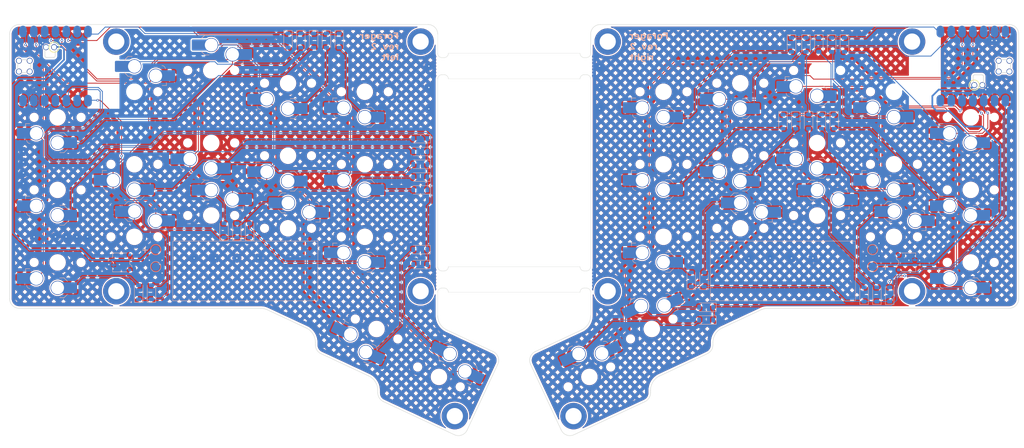
<source format=kicad_pcb>
(kicad_pcb (version 20240108) (generator "pcbnew") (generator_version "8.0")
  (layers (0 "F.Cu" signal) (31 "B.Cu" signal) (34 "B.Paste" user) (35 "F.Paste" user) (36 "B.SilkS" user "B.Silkscreen") (37 "F.SilkS" user "F.Silkscreen") (38 "B.Mask" user) (39 "F.Mask" user) (44 "Edge.Cuts" user))
  (net 0 "")
  (net 1 "LGND")
  (net 2 "LBAT")
  (net 3 "/LCOL0")
  (net 4 "Net-(LD1-A)")
  (net 5 "/LCOL1")
  (net 6 "Net-(LD2-A)")
  (net 7 "/LCOL2")
  (net 8 "Net-(LD3-A)")
  (net 9 "Net-(LD4-A)")
  (net 10 "/LCOL3")
  (net 11 "Net-(LD5-A)")
  (net 12 "/LCOL4")
  (net 13 "Net-(LD6-A)")
  (net 14 "Net-(LD7-A)")
  (net 15 "Net-(LD8-A)")
  (net 16 "Net-(LD9-A)")
  (net 17 "Net-(LD10-A)")
  (net 18 "Net-(LD11-A)")
  (net 19 "Net-(LD12-A)")
  (net 20 "Net-(LD13-A)")
  (net 21 "Net-(LD14-A)")
  (net 22 "Net-(LD15-A)")
  (net 23 "Net-(LD16-A)")
  (net 24 "Net-(LD17-A)")
  (net 25 "/LROW0")
  (net 26 "/LROW1")
  (net 27 "/LROW2")
  (net 28 "/LROW3")
  (net 32 "RBAT")
  (net 33 "RGND")
  (net 41 "/RCOL4")
  (net 42 "Net-(RD1-A)")
  (net 43 "Net-(RD2-A)")
  (net 44 "/RCOL3")
  (net 45 "/RCOL2")
  (net 46 "Net-(RD3-A)")
  (net 47 "Net-(RD4-A)")
  (net 48 "/RCOL1")
  (net 49 "/RCOL0")
  (net 50 "Net-(RD5-A)")
  (net 51 "Net-(RD6-A)")
  (net 52 "Net-(RD7-A)")
  (net 53 "Net-(RD8-A)")
  (net 54 "Net-(RD9-A)")
  (net 55 "Net-(RD10-A)")
  (net 56 "Net-(RD11-A)")
  (net 57 "Net-(RD12-A)")
  (net 58 "Net-(RD13-A)")
  (net 59 "Net-(RD14-A)")
  (net 60 "Net-(RD15-A)")
  (net 61 "Net-(RD16-A)")
  (net 62 "Net-(RD17-A)")
  (net 63 "/RROW0")
  (net 64 "/RROW1")
  (net 65 "/RROW2")
  (net 66 "/RROW3")
  (footprint "PCM_marbastlib-various:mousebites_2.5mm" (layer "F.Cu") (at 17.923023 10)
    (property "Reference" "REF**" (hide yes))
    (property "Value" "mousebites 2mm" (hide yes))
    (fp_line (start -1.5 -2) (end -1 -2) (stroke (width 0.08)) (layer "Edge.Cuts"))
    (fp_line (start -1 2) (end -1.5 2) (stroke (width 0.08)) (layer "Edge.Cuts"))
    (fp_arc (start -2.5 3) (mid -2.207108 2.292895) (end -1.500003 2.000003) (stroke (width 0.08)) (layer "Edge.Cuts"))
    (fp_arc (start -1.5 -2) (mid -2.207105 -2.292892) (end -2.499997 -2.999997) (stroke (width 0.08)) (layer "Edge.Cuts"))
    (fp_arc (start -1 2) (mid -0.292895 2.292892) (end -0.000003 2.999997) (stroke (width 0.08)) (layer "Edge.Cuts"))
    (fp_arc (start 0 -3) (mid -0.292892 -2.292895) (end -0.999997 -2.000003) (stroke (width 0.08)) (layer "Edge.Cuts"))
  )
  (footprint "PCM_marbastlib-various:mousebites_2.5mm" (layer "F.Cu") (at 17.923023 -40)
    (property "Reference" "REF**" (hide yes))
    (property "Value" "mousebites 2mm" (hide yes))
    (fp_line (start -1.5 -2) (end -1 -2) (stroke (width 0.08)) (layer "Edge.Cuts"))
    (fp_line (start -1 2) (end -1.5 2) (stroke (width 0.08)) (layer "Edge.Cuts"))
    (fp_arc (start -2.5 3) (mid -2.207108 2.292895) (end -1.500003 2.000003) (stroke (width 0.08)) (layer "Edge.Cuts"))
    (fp_arc (start -1.5 -2) (mid -2.207105 -2.292892) (end -2.499997 -2.999997) (stroke (width 0.08)) (layer "Edge.Cuts"))
    (fp_arc (start -1 2) (mid -0.292895 2.292892) (end -0.000003 2.999997) (stroke (width 0.08)) (layer "Edge.Cuts"))
    (fp_arc (start 0 -3) (mid -0.292892 -2.292895) (end -0.999997 -2.000003) (stroke (width 0.08)) (layer "Edge.Cuts"))
  )
  (footprint "PCM_marbastlib-various:mousebites_2.5mm" (layer "F.Cu") (at -17.923023 10 180)
    (property "Reference" "REF**" (hide yes))
    (property "Value" "mousebites 2mm" (hide yes))
    (fp_line (start -1 2) (end -1.5 2) (stroke (width 0.08)) (layer "Edge.Cuts"))
    (fp_line (start -1.5 -2) (end -1 -2) (stroke (width 0.08)) (layer "Edge.Cuts"))
    (fp_arc (start 0 -3) (mid -0.292892 -2.292895) (end -0.999997 -2.000003) (stroke (width 0.08)) (layer "Edge.Cuts"))
    (fp_arc (start -1 2) (mid -0.292895 2.292892) (end -0.000003 2.999997) (stroke (width 0.08)) (layer "Edge.Cuts"))
    (fp_arc (start -1.5 -2) (mid -2.207105 -2.292892) (end -2.499997 -2.999997) (stroke (width 0.08)) (layer "Edge.Cuts"))
    (fp_arc (start -2.5 3) (mid -2.207108 2.292895) (end -1.500003 2.000003) (stroke (width 0.08)) (layer "Edge.Cuts"))
  )
  (footprint "PCM_marbastlib-various:mousebites_2.5mm" (layer "F.Cu") (at -17.923023 -40 180)
    (property "Reference" "REF**" (hide yes))
    (property "Value" "mousebites 2mm" (hide yes))
    (fp_line (start -1 2) (end -1.5 2) (stroke (width 0.08)) (layer "Edge.Cuts"))
    (fp_line (start -1.5 -2) (end -1 -2) (stroke (width 0.08)) (layer "Edge.Cuts"))
    (fp_arc (start 0 -3) (mid -0.292892 -2.292895) (end -0.999997 -2.000003) (stroke (width 0.08)) (layer "Edge.Cuts"))
    (fp_arc (start -1 2) (mid -0.292895 2.292892) (end -0.000003 2.999997) (stroke (width 0.08)) (layer "Edge.Cuts"))
    (fp_arc (start -1.5 -2) (mid -2.207105 -2.292892) (end -2.499997 -2.999997) (stroke (width 0.08)) (layer "Edge.Cuts"))
    (fp_arc (start -2.5 3) (mid -2.207108 2.292895) (end -1.500003 2.000003) (stroke (width 0.08)) (layer "Edge.Cuts"))
  )
  (footprint "Diode_SMD:D_SOD-123" (layer "B.Cu") (at 65 -45 -90)
    (property "Reference" "RD1" (hide yes))
    (property "Value" "D")
  )
  (footprint "Diode_SMD:D_SOD-123" (layer "B.Cu") (at -85 13 90)
    (property "Reference" "LD12" (hide yes))
    (property "Value" "D")
  )
  (footprint "Custom:SW_choc_v1_HS_MBK" (layer "B.Cu") (at 17.627908 32.832308 25)
    (property "Reference" "RCH16" (hide yes))
    (property "Value" "ChocHS")
  )
  (footprint "Diode_SMD:D_SOD-123" (layer "B.Cu") (at 45 16.5 180)
    (property "Reference" "RD17" (hide yes))
    (property "Value" "D")
  )
  (footprint "Diode_SMD:D_SOD-123" (layer "B.Cu") (at -22 6.5 180)
    (property "Reference" "LD17" (hide yes))
    (property "Value" "D")
  )
  (footprint "Nuts_SMD:SMTSO2020MTJ_M2" (layer "B.Cu") (at -21.923023 12.75 180)
    (property "Reference" "REF**" (hide yes))
    (property "Value" "SMTSO2020MTJ_M2")
  )
  (footprint "Custom:SW_choc_v1_HS_MBK" (layer "B.Cu") (at 35 -17 180)
    (property "Reference" "RCH6" (hide yes))
    (property "Value" "ChocHS")
  )
  (footprint "TestPoint:TestPoint_Pad_D2.0mm" (layer "B.Cu") (at -84 7 180)
    (property "Reference" "TP2" (hide yes))
    (property "Value" "TestPoint")
  )
  (footprint "Custom:SW_choc_v1_HS_MBK" (layer "B.Cu") (at -53 -19 180)
    (property "Reference" "LCH9" (hide yes))
    (property "Value" "ChocHS")
  )
  (footprint "Diode_SMD:D_SOD-123" (layer "B.Cu") (at 82 13.5 90)
    (property "Reference" "RD13" (hide yes))
    (property "Value" "D")
  )
  (footprint "Diode_SMD:D_SOD-123" (layer "B.Cu") (at 77.4 -45 -90)
    (property "Reference" "RD5" (hide yes))
    (property "Value" "D")
  )
  (footprint "Diode_SMD:D_SOD-123" (layer "B.Cu") (at 69 -27 -90)
    (property "Reference" "RD8" (hide yes))
    (property "Value" "D")
  )
  (footprint "Diode_SMD:D_SOD-123" (layer "B.Cu") (at 68.4 -45 -90)
    (property "Reference" "RD2" (hide yes))
    (property "Value" "D")
  )
  (footprint "Custom:SW_choc_v1_HS_MBK" (layer "B.Cu") (at 107 -11 180)
    (property "Reference" "RCH10" (hide yes))
    (property "Value" "ChocHS")
  )
  (footprint "Diode_SMD:D_SOD-123" (layer "B.Cu") (at -22 -14 180)
    (property "Reference" "LD9" (hide yes))
    (property "Value" "D")
  )
  (footprint "Diode_SMD:D_SOD-123" (layer "B.Cu") (at -62 -1.5 90)
    (property "Reference" "LD15" (hide yes))
    (property "Value" "D")
  )
  (footprint "Diode_SMD:D_SOD-123" (layer "B.Cu") (at -44 -46 -90)
    (property "Reference" "LD4" (hide yes))
    (property "Value" "D")
  )
  (footprint "Diode_SMD:D_SOD-123" (layer "B.Cu") (at 72 -27 -90)
    (property "Reference" "RD9" (hide yes))
    (property "Value" "D")
  )
  (footprint "Connector_JST:JST_ACH_BM02B-ACHSS-GAN-ETF_1x02-1MP_P1.20mm_Vertical" (layer "B.Cu") (at -92 6 -90)
    (property "Reference" "J1" (hide yes))
    (property "Value" "Conn_01x02_Pin")
  )
  (footprint "Custom:xiao-ble-smd-cutout" (layer "B.Cu") (at -107.5 -40 -90)
    (property "Reference" "LU1" (hide yes))
    (property "Value" "Xiao nRF52840" (hide yes))
    (fp_line (start 0.8382 8.826) (end -0.8382 8.826) (stroke (width 0.12)) (layer "Edge.Cuts"))
    (fp_line (start -1.524 8.1402) (end -1.524 6.4638) (stroke (width 0.12)) (layer "Edge.Cuts"))
    (fp_line (start 1.524 8.1402) (end 1.524 6.4638) (stroke (width 0.12)) (layer "Edge.Cuts"))
    (fp_line (start 0.8382 5.778) (end -0.8382 5.778) (stroke (width 0.12)) (layer "Edge.Cuts"))
    (fp_line (start -2.413 2.476) (end -4.0132 2.476) (stroke (width 0.12)) (layer "Edge.Cuts"))
    (fp_line (start -4.699 1.7902) (end -4.699 0.7488) (stroke (width 0.12)) (layer "Edge.Cuts"))
    (fp_line (start -2.032 0.444) (end -2.032 2.095) (stroke (width 0.12)) (layer "Edge.Cuts"))
    (fp_line (start -4.0132 0.063) (end -2.413 0.063) (stroke (width 0.12)) (layer "Edge.Cuts"))
    (fp_arc (start 0.8382 8.826) (mid 0.920393 8.222393) (end 1.524 8.1402) (stroke (width 0.12)) (layer "Edge.Cuts"))
    (fp_arc (start -1.524 8.1402) (mid -0.920391 8.222391) (end -0.8382 8.826) (stroke (width 0.12)) (layer "Edge.Cuts"))
    (fp_arc (start 1.524 6.4638) (mid 0.920393 6.381607) (end 0.8382 5.778) (stroke (width 0.12)) (layer "Edge.Cuts"))
    (fp_arc (start -0.8382 5.778) (mid -0.920391 6.381609) (end -1.524 6.4638) (stroke (width 0.12)) (layer "Edge.Cuts"))
    (fp_arc (start -2.032 2.095) (mid -2.143592 2.364408) (end -2.413 2.476) (stroke (width 0.12)) (layer "Edge.Cuts"))
    (fp_arc (start -4.699 1.7902) (mid -4.095391 1.872391) (end -4.0132 2.476) (stroke (width 0.12)) (layer "Edge.Cuts"))
    (fp_arc (start -4.0132 0.063) (mid -4.095391 0.666609) (end -4.699 0.7488) (stroke (width 0.12)) (layer "Edge.Cuts"))
    (fp_arc (start -2.413 0.063) (mid -2.143592 0.174592) (end -2.032 0.444) (stroke (width 0.12)) (layer "Edge.Cuts"))
  )
  (footprint "Diode_SMD:D_SOD-123" (layer "B.Cu") (at 44.5 10 90)
    (property "Reference" "RD12" (hide yes))
    (property "Value" "D")
  )
  (footprint "Custom:SW_choc_v1_HS_MBK" (layer "B.Cu") (at -89 -34)
    (property "Reference" "LCH2" (hide yes))
    (property "Value" "ChocHS")
  )
  (footprint "Custom:SW_choc_v1_HS_MBK" (layer "B.Cu") (at -89 -17 180)
    (property "Reference" "LCH7" (hide yes))
    (property "Value" "ChocHS")
  )
  (footprint "Diode_SMD:D_SOD-123" (layer "B.Cu") (at 63 -27 -90)
    (property "Reference" "RD6" (hide yes))
    (property "Value" "D")
  )
  (footprint "Custom:SW_choc_v1_HS_MBK" (layer "B.Cu") (at 89 0)
    (property "Reference" "RCH14" (hide yes))
    (property "Value" "ChocHS")
  )
  (footprint "Custom:SW_choc_v1_HS_MBK" (layer "B.Cu") (at 53 -36 180)
    (property "Reference" "RCH2" (hide yes))
    (property "Value" "ChocHS")
  )
  (footprint "Custom:SW_choc_v1_HS_MBK" (layer "B.Cu") (at -53 -36 180)
    (property "Reference" "LCH4" (hide yes))
    (property "Value" "ChocHS")
  )
  (footprint "Custom:SW_choc_v1_HS_MBK" (layer "B.Cu") (at -107 6 180)
    (property "Reference" "LCH11" (hide yes))
    (property "Value" "ChocHS")
  )
  (footprint "Diode_SMD:D_SOD-123" (layer "B.Cu") (at 66 -27 -90)
    (property "Reference" "RD7" (hide yes))
    (property "Value" "D")
  )
  (footprint "Custom:SW_choc_v1_HS_MBK" (layer "B.Cu") (at 89 -17 180)
    (property "Reference" "RCH9" (hide yes))
    (property "Value" "ChocHS")
  )
  (footprint "Custom:SW_choc_v1_HS_MBK" (layer "B.Cu") (at -71 -5)
    (property "Reference" "LCH13" (hide yes))
    (property "Value" "ChocHS")
  )
  (footprint "Custom:SW_choc_v1_HS_MBK" (layer "B.Cu") (at -71 -39)
    (property "Reference" "LCH3" (hide yes))
    (property "Value" "ChocHS")
  )
  (footprint "Custom:SW_choc_v1_HS_MBK" (layer "B.Cu") (at 53 -2)
    (property "Reference" "RCH12" (hide yes))
    (property "Value" "ChocHS")
  )
  (footprint "Nuts_SMD:SMTSO2020MTJ_M2" (layer "B.Cu") (at 21.923023 -45.75 180)
    (property "Reference" "REF**" (hide yes))
    (property "Value" "SMTSO2020MTJ_M2")
  )
  (footprint "Custom:SW_choc_v1_HS_MBK" (layer "B.Cu") (at -71 -22 180)
    (property "Reference" "LCH8" (hide yes))
    (property "Value" "ChocHS")
  )
  (footprint "Diode_SMD:D_SOD-123" (layer "B.Cu") (at -68 -1.5 90)
    (property "Reference" "LD13" (hide yes))
    (property "Value" "D")
  )
  (footprint "Nuts_SMD:SMTSO2020MTJ_M2" (layer "B.Cu") (at 93.25 12.75 180)
    (property "Reference" "REF**" (hide yes))
    (property "Value" "SMTSO2020MTJ_M2")
  )
  (footprint "Nuts_SMD:SMTSO2020MTJ_M2" (layer "B.Cu") (at -93.25 12.75 180)
    (property "Reference" "REF**" (hide yes))
    (property "Value" "SMTSO2020MTJ_M2")
  )
  (footprint "TestPoint:TestPoint_Pad_D2.0mm" (layer "B.Cu") (at 84 7 180)
    (property "Reference" "TP3" (hide yes))
    (property "Value" "TestPoint")
  )
  (footprint "Nuts_SMD:SMTSO2020MTJ_M2" (layer "B.Cu") (at 93.25 -45.75 180)
    (property "Reference" "REF**" (hide yes))
    (property "Value" "SMTSO2020MTJ_M2")
  )
  (footprint "Custom:SW_choc_v1_HS_MBK" (layer "B.Cu") (at 53 -19 180)
    (property "Reference" "RCH7" (hide yes))
    (property "Value" "ChocHS")
  )
  (footprint "Custom:SW_choc_v1_HS_MBK" (layer "B.Cu") (at -35 0 180)
    (property "Reference" "LCH15" (hide yes))
    (property "Value" "ChocHS")
  )
  (footprint "Custom:SW_choc_v1_HS_MBK" (layer "B.Cu") (at -107 -28 180)
    (property "Reference" "LCH1" (hide yes))
    (property "Value" "ChocHS")
  )
  (footprint "Custom:SW_choc_v1_HS_MBK" (layer "B.Cu") (at 71 -5)
    (property "Reference" "RCH13" (hide yes))
    (property "Value" "ChocHS")
  )
  (footprint "Diode_SMD:D_SOD-123" (layer "B.Cu") (at -22 -20 180)
    (property "Reference" "LD7" (hide yes))
    (property "Value" "D")
  )
  (footprint "Custom:SW_choc_v1_HS_MBK" (layer "B.Cu") (at -107 -11 180)
    (property "Reference" "LCH6" (hide yes))
    (property "Value" "ChocHS")
  )
  (footprint "Diode_SMD:D_SOD-123" (layer "B.Cu") (at 88 13.5 90)
    (property "Reference" "RD15" (hide yes))
    (property "Value" "D")
  )
  (footprint "Custom:SW_choc_v1_HS_MBK" (layer "B.Cu") (at 107 -28 180)
    (property "Reference" "RCH5" (hide yes))
    (property "Value" "ChocHS")
  )
  (footprint "Connector_JST:JST_ACH_BM02B-ACHSS-GAN-ETF_1x02-1MP_P1.20mm_Vertical" (layer "B.Cu") (at 92 6 90)
    (property "Reference" "J2" (hide yes))
    (property "Value" "Conn_01x02_Pin")
  )
  (footprint "Custom:SW_choc_v1_HS_MBK" (layer "B.Cu") (at -89 0)
    (property "Reference" "LCH12" (hide yes))
    (property "Value" "ChocHS")
  )
  (footprint "TestPoint:TestPoint_Pad_D2.0mm" (layer "B.Cu") (at -84 3 180)
    (property "Reference" "TP1" (hide yes))
    (property "Value" "TestPoint")
  )
  (footprint "Custom:SW_choc_v1_HS_MBK" (layer "B.Cu") (at 71 -22 180)
    (property "Reference" "RCH8" (hide yes))
    (property "Value" "ChocHS")
  )
  (footprint "Custom:xiao-ble-smd-cutout" (layer "B.Cu") (at 107.5 -40 90)
    (property "Reference" "RU1" (hide yes))
    (property "Value" "Xiao nRF52840" (hide yes))
    (fp_line (start -4.0132 0.063) (end -2.413 0.063) (stroke (width 0.12)) (layer "Edge.Cuts"))
    (fp_line (start -2.032 0.444) (end -2.032 2.095) (stroke (width 0.12)) (layer "Edge.Cuts"))
    (fp_line (start -4.699 1.7902) (end -4.699 0.7488) (stroke (width 0.12)) (layer "Edge.Cuts"))
    (fp_line (start -2.413 2.476) (end -4.0132 2.476) (stroke (width 0.12)) (layer "Edge.Cuts"))
    (fp_line (start 0.8382 5.778) (end -0.8382 5.778) (stroke (width 0.12)) (layer "Edge.Cuts"))
    (fp_line (start 1.524 8.1402) (end 1.524 6.4638) (stroke (width 0.12)) (layer "Edge.Cuts"))
    (fp_line (start -1.524 8.1402) (end -1.524 6.4638) (stroke (width 0.12)) (layer "Edge.Cuts"))
    (fp_line (start 0.8382 8.826) (end -0.8382 8.826) (stroke (width 0.12)) (layer "Edge.Cuts"))
    (fp_arc (start -2.413 0.063) (mid -2.143592 0.174592) (end -2.032 0.444) (stroke (width 0.12)) (layer "Edge.Cuts"))
    (fp_arc (start -4.0132 0.063) (mid -4.095391 0.666609) (end -4.699 0.7488) (stroke (width 0.12)) (layer "Edge.Cuts"))
    (fp_arc (start -4.699 1.7902) (mid -4.095391 1.872391) (end -4.0132 2.476) (stroke (width 0.12)) (layer "Edge.Cuts"))
    (fp_arc (start -2.032 2.095) (mid -2.143592 2.364408) (end -2.413 2.476) (stroke (width 0.12)) (layer "Edge.Cuts"))
    (fp_arc (start -0.8382 5.778) (mid -0.920391 6.381609) (end -1.524 6.4638) (stroke (width 0.12)) (layer "Edge.Cuts"))
    (fp_arc (start 1.524 6.4638) (mid 0.920393 6.381607) (end 0.8382 5.778) (stroke (width 0.12)) (layer "Edge.Cuts"))
    (fp_arc (start -1.524 8.1402) (mid -0.920391 8.222391) (end -0.8382 8.826) (stroke (width 0.12)) (layer "Edge.Cuts"))
    (fp_arc (start 0.8382 8.826) (mid 0.920393 8.222393) (end 1.524 8.1402) (stroke (width 0.12)) (layer "Edge.Cuts"))
  )
  (footprint "Diode_SMD:D_SOD-123" (layer "B.Cu") (at -41 -46 -90)
    (property "Reference" "LD5" (hide yes))
    (property "Value" "D")
  )
  (footprint "Nuts_SMD:SMTSO2020MTJ_M2" (layer "B.Cu") (at 13.909849 42.013868 180)
    (property "Reference" "REF**" (hide yes))
    (property "Value" "SMTSO2020MTJ_M2")
  )
  (footprint "Custom:SW_choc_v1_HS_MBK" (layer "B.Cu") (at -35 -17 180)
    (property "Reference" "LCH10" (hide yes))
    (property "Value" "ChocHS")
  )
  (footprint "Diode_SMD:D_SOD-123" (layer "B.Cu") (at 45 19.5 180)
    (property "Reference" "RD16" (hide yes))
    (property "Value" "D")
  )
  (footprint "Custom:SW_choc_v1_HS_MBK" (layer "B.Cu") (at -53 -2)
    (property "Reference" "LCH14" (hide yes))
    (property "Value" "ChocHS")
  )
  (footprint "Diode_SMD:D_SOD-123" (layer "B.Cu") (at -47 -46 -90)
    (property "Reference" "LD1" (hide yes))
    (property "Value" "D")
  )
  (footprint "Custom:SW_choc_v1_HS_MBK" (layer "B.Cu") (at 35 0 180)
    (property "Reference" "RCH11" (hide yes))
    (property "Value" "ChocHS")
  )
  (footprint "Diode_SMD:D_SOD-123" (layer "B.Cu") (at -50 -46 -90)
    (property "Reference" "LD2" (hide yes))
    (property "Value" "D")
  )
  (footprint "Diode_SMD:D_SOD-123" (layer "B.Cu") (at -88 13 90)
    (property "Reference" "LD11" (hide yes))
    (property "Value" "D")
  )
  (footprint "Custom:SW_choc_v1_HS_MBK" (layer "B.Cu") (at 89 -34 180)
    (property "Reference" "RCH4" (hide yes))
    (property "Value" "ChocHS")
  )
  (footprint "Diode_SMD:D_SOD-123" (layer "B.Cu") (at -65 -1.5 90)
    (property "Reference" "LD14" (hide yes))
    (property "Value" "D")
  )
  (footprint "Diode_SMD:D_SOD-123" (layer "B.Cu") (at -22 3 180)
    (property "Reference" "LD16" (hide yes))
    (property "Value" "D")
  )
  (footprint "Custom:SW_choc_v1_HS_MBK" (layer "B.Cu") (at -17.627908 32.832308 -25)
    (property "Reference" "LCH17" (hide yes))
    (property "Value" "ChocHS")
  )
  (footprint "Diode_SMD:D_SOD-123" (layer "B.Cu") (at -22 -17 180)
    (property "Reference" "LD8" (hide yes))
    (property "Value" "D")
  )
  (footprint "Custom:SW_choc_v1_HS_MBK" (layer "B.Cu") (at 107 6 180)
    (property "Reference" "RCH15" (hide yes))
    (property "Value" "ChocHS")
  )
  (footprint "Diode_SMD:D_SOD-123" (layer "B.Cu") (at 41.5 10 90)
    (property "Reference" "RD11" (hide yes))
    (property "Value" "D")
  )
  (footprint "Diode_SMD:D_SOD-123" (layer "B.Cu") (at -53 -46 -90)
    (property "Reference" "LD3" (hide yes))
    (property "Value" "D")
  )
  (footprint "Custom:SW_choc_v1_HS_MBK" (layer "B.Cu") (at 32.250975 21.599948 25)
    (property "Reference" "RCH17" (hide yes))
    (property "Value" "ChocHS")
  )
  (footprint "Custom:SW_choc_v1_HS_MBK" (layer "B.Cu") (at -35 -34 180)
    (property "Reference" "LCH5" (hide yes))
    (property "Value" "ChocHS")
  )
  (footprint "Diode_SMD:D_SOD-123" (layer "B.Cu") (at -22 -23 180)
    (property "Reference" "LD6" (hide yes))
    (property "Value" "D")
  )
  (footprint "Custom:SW_choc_v1_HS_MBK" (layer "B.Cu") (at -32.250975 21.599948 155)
    (property "Reference" "LCH16" (hide yes))
    (property "Value" "ChocHS")
  )
  (footprint "TestPoint:TestPoint_Pad_D2.0mm" (layer "B.Cu") (at 84 3 180)
    (property "Reference" "TP4" (hide yes))
    (property "Value" "TestPoint")
  )
  (footprint "Nuts_SMD:SMTSO2020MTJ_M2" (layer "B.Cu") (at -93.25 -45.75 180)
    (property "Reference" "REF**" (hide yes))
    (property "Value" "SMTSO2020MTJ_M2")
  )
  (footprint "Custom:SW_choc_v1_HS_MBK" (layer "B.Cu") (at 71 -39 180)
    (property "Reference" "RCH3" (hide yes))
    (property "Value" "ChocHS")
  )
  (footprint "Diode_SMD:D_SOD-123" (layer "B.Cu") (at 71.4 -45 -90)
    (property "Reference" "RD3" (hide yes))
    (property "Value" "D")
  )
  (footprint "Nuts_SMD:SMTSO2020MTJ_M2" (layer "B.Cu") (at -13.909849 42.013868 180)
    (property "Reference" "REF**" (hide yes))
    (property "Value" "SMTSO2020MTJ_M2")
  )
  (footprint "Diode_SMD:D_SOD-123" (layer "B.Cu") (at 75 -27 -90)
    (property "Reference" "RD10" (hide yes))
    (property "Value" "D")
  )
  (footprint "Diode_SMD:D_SOD-123" (layer "B.Cu") (at 85 13.5 90)
    (property "Reference" "RD14" (hide yes))
    (property "Value" "D")
  )
  (footprint "Diode_SMD:D_SOD-123" (layer "B.Cu") (at -22 -11 180)
    (property "Reference" "LD10" (hide yes))
    (property "Value" "D")
  )
  (footprint "Diode_SMD:D_SOD-123" (layer "B.Cu") (at 74.4 -45 -90)
    (property "Reference" "RD4" (hide yes))
    (property "Value" "D")
  )
  (footprint "Nuts_SMD:SMTSO2020MTJ_M2" (layer "B.Cu") (at -21.923023 -45.75 180)
    (property "Reference" "REF**" (hide yes))
    (property "Value" "SMTSO2020MTJ_M2")
  )
  (footprint "Nuts_SMD:SMTSO2020MTJ_M2" (layer "B.Cu") (at 21.923023 12.75 180)
    (property "Reference" "REF**" (hide yes))
    (property "Value" "SMTSO2020MTJ_M2")
  )
  (footprint "Custom:SW_choc_v1_HS_MBK" (layer "B.Cu") (at 35 -34 180)
    (property "Reference" "RCH1" (hide yes))
    (property "Value" "ChocHS")
  )
  (gr_rect (start 46 1) (end 80 15) (stroke (width 0.1)) (fill none) (layer "B.SilkS"))
  (gr_rect (start -80 1) (end -46 15) (stroke (width 0.1)) (fill none) (layer "B.SilkS"))
  (gr_circle (center 107.810753 -35.548753) (end 109.010753 -35.548753) (stroke (width 0.2)) (fill none) (layer "F.SilkS"))
  (gr_circle (center -107.810753 -44.451247) (end -106.610753 -44.451247) (stroke (width 0.2)) (fill none) (layer "F.SilkS"))
  (gr_line (start -46.578926 24.755529) (end -46.578926 25.346619) (stroke (width 0.1)) (layer "Edge.Cuts"))
  (gr_arc (start -48.744108 21.356875) (mid -47.16621 22.740656) (end -46.578926 24.755529) (stroke (width 0.1)) (layer "Edge.Cuts"))
  (gr_arc (start 14.014284 46.378681) (mid 12.293847 46.453798) (end 11.0242 45.29038) (stroke (width 0.1)) (layer "Edge.Cuts"))
  (gr_line (start 48.744108 21.356875) (end 57.87012 17.101346) (stroke (width 0.1)) (layer "Edge.Cuts"))
  (gr_arc (start -116 16.75) (mid -117.59099 16.09099) (end -118.25 14.5) (stroke (width 0.1)) (layer "Edge.Cuts"))
  (gr_arc (start -45.279817 27.385812) (mid -46.226554 26.555541) (end -46.578926 25.346619) (stroke (width 0.1)) (layer "Edge.Cuts"))
  (gr_line (start 118.25 14.5) (end 118.25 -47.5) (stroke (width 0.1)) (layer "Edge.Cuts"))
  (gr_line (start -20.173023 -49.75) (end -116 -49.75) (stroke (width 0.1)) (layer "Edge.Cuts"))
  (gr_line (start 3.83969 29.883147) (end 11.0242 45.29038) (stroke (width 0.1)) (layer "Edge.Cuts"))
  (gr_line (start -17.923023 -47.5) (end -17.92302 -42.999997) (stroke (width 0.05)) (layer "Edge.Cuts"))
  (gr_line (start 17.92302 -37.000003) (end 17.923023 7) (stroke (width 0.05)) (layer "Edge.Cuts"))
  (gr_line (start 59.454938 16.75) (end 116 16.75) (stroke (width 0.1)) (layer "Edge.Cuts"))
  (gr_arc (start -59.454938 16.75) (mid -58.643287 16.838882) (end -57.87012 17.101346) (stroke (width 0.1)) (layer "Edge.Cuts"))
  (gr_line (start 34.121041 32.589235) (end 45.279817 27.385812) (stroke (width 0.1)) (layer "Edge.Cuts"))
  (gr_line (start 116 -49.75) (end 20.173023 -49.75) (stroke (width 0.1)) (layer "Edge.Cuts"))
  (gr_arc (start 118.25 14.5) (mid 117.59099 16.09099) (end 116 16.75) (stroke (width 0.1)) (layer "Edge.Cuts"))
  (gr_line (start -4.927991 26.893064) (end -15.757842 21.843021) (stroke (width 0.1)) (layer "Edge.Cuts"))
  (gr_line (start 15.423023 13) (end -15.423026 12.999997) (stroke (width 0.05)) (layer "Edge.Cuts"))
  (gr_line (start -11.0242 45.29038) (end -3.83969 29.883147) (stroke (width 0.1)) (layer "Edge.Cuts"))
  (gr_line (start -31.955859 35.987889) (end -31.955859 36.578979) (stroke (width 0.1)) (layer "Edge.Cuts"))
  (gr_arc (start -20.173023 -49.75) (mid -18.582018 -49.090998) (end -17.923023 -47.5) (stroke (width 0.1)) (layer "Edge.Cuts"))
  (gr_line (start -116 16.75) (end -59.454938 16.75) (stroke (width 0.1)) (layer "Edge.Cuts"))
  (gr_arc (start -118.25 -47.5) (mid -117.59099 -49.09099) (end -116 -49.75) (stroke (width 0.1)) (layer "Edge.Cuts"))
  (gr_arc (start 57.87012 17.101346) (mid 58.64329 16.83889) (end 59.454938 16.75) (stroke (width 0.1)) (layer "Edge.Cuts"))
  (gr_arc (start -34.121041 32.589235) (mid -32.543154 33.973021) (end -31.955859 35.987889) (stroke (width 0.1)) (layer "Edge.Cuts"))
  (gr_line (start -15.423023 7) (end 15.423026 7.000003) (stroke (width 0.05)) (layer "Edge.Cuts"))
  (gr_line (start 14.014284 46.378681) (end 30.65675 38.618172) (stroke (width 0.1)) (layer "Edge.Cuts"))
  (gr_line (start 15.423023 -37) (end -15.423026 -37.000003) (stroke (width 0.05)) (layer "Edge.Cuts"))
  (gr_line (start -118.25 -47.5) (end -118.25 14.5) (stroke (width 0.1)) (layer "Edge.Cuts"))
  (gr_arc (start 31.955859 36.578979) (mid 31.60349 37.787903) (end 30.65675 38.618172) (stroke (width 0.1)) (layer "Edge.Cuts"))
  (gr_arc (start 116 -49.75) (mid 117.59099 -49.09099) (end 118.25 -47.5) (stroke (width 0.1)) (layer "Edge.Cuts"))
  (gr_arc (start 17.923023 18.444367) (mid 17.335741 20.45924) (end 15.757842 21.843021) (stroke (width 0.1)) (layer "Edge.Cuts"))
  (gr_line (start 17.923023 18.444367) (end 17.92302 12.999997) (stroke (width 0.05)) (layer "Edge.Cuts"))
  (gr_line (start -17.923023 13) (end -17.923023 18.444367) (stroke (width 0.05)) (layer "Edge.Cuts"))
  (gr_arc (start 3.83969 29.883147) (mid 3.764574 28.162711) (end 4.927991 26.893064) (stroke (width 0.1)) (layer "Edge.Cuts"))
  (gr_line (start -30.65675 38.618172) (end -14.014284 46.378681) (stroke (width 0.1)) (layer "Edge.Cuts"))
  (gr_line (start 17.923023 -47.5) (end 17.923023 -43) (stroke (width 0.1)) (layer "Edge.Cuts"))
  (gr_line (start -45.279817 27.385812) (end -34.121041 32.589235) (stroke (width 0.1)) (layer "Edge.Cuts"))
  (gr_arc (start 46.578926 24.755529) (mid 47.166208 22.740655) (end 48.744108 21.356875) (stroke (width 0.1)) (layer "Edge.Cuts"))
  (gr_arc (start 17.923023 -47.5) (mid 18.582033 -49.09099) (end 20.173023 -49.75) (stroke (width 0.1)) (layer "Edge.Cuts"))
  (gr_line (start 15.757842 21.843021) (end 4.927991 26.893064) (stroke (width 0.1)) (layer "Edge.Cuts"))
  (gr_arc (start -15.757842 21.843021) (mid -17.335739 20.45924) (end -17.923023 18.444367) (stroke (width 0.1)) (layer "Edge.Cuts"))
  (gr_arc (start -11.0242 45.29038) (mid -12.293847 46.453808) (end -14.014284 46.378681) (stroke (width 0.1)) (layer "Edge.Cuts"))
  (gr_line (start 31.955859 36.578979) (end 31.955859 35.987889) (stroke (width 0.1)) (layer "Edge.Cuts"))
  (gr_arc (start 46.578926 25.346619) (mid 46.226557 26.555543) (end 45.279817 27.385812) (stroke (width 0.1)) (layer "Edge.Cuts"))
  (gr_arc (start -4.927991 26.893064) (mid -3.764574 28.162711) (end -3.83969 29.883147) (stroke (width 0.1)) (layer "Edge.Cuts"))
  (gr_arc (start -30.65675 38.618172) (mid -31.603498 37.787908) (end -31.955859 36.578979) (stroke (width 0.1)) (layer "Edge.Cuts"))
  (gr_arc (start 31.955859 35.987889) (mid 32.543141 33.973015) (end 34.121041 32.589235) (stroke (width 0.1)) (layer "Edge.Cuts"))
  (gr_line (start -57.87012 17.101346) (end -48.744108 21.356875) (stroke (width 0.1)) (layer "Edge.Cuts"))
  (gr_line (start -15.423023 -43) (end 15.423026 -42.999997) (stroke (width 0.05)) (layer "Edge.Cuts"))
  (gr_line (start 46.578926 25.346619) (end 46.578926 24.755529) (stroke (width 0.1)) (layer "Edge.Cuts"))
  (gr_line (start -17.923023 -37) (end -17.92302 7.000003) (stroke (width 0.05)) (layer "Edge.Cuts"))
  (gr_text "Forager\n" (at 27 -47 -0) (layer "B.SilkS") (effects (font (size 1.5 1.5) (thickness 0.3) (bold yes)) (justify right mirror)))
  (gr_text "+" (at -86.5 3 0) (layer "B.SilkS") (effects (font (size 1.5 1.5) (thickness 0.2)) (justify mirror)))
  (gr_text "Forager\n" (at -27 -47 -0) (layer "B.SilkS") (effects (font (size 1.5 1.5) (thickness 0.3) (bold yes)) (justify left mirror)))
  (gr_text "left" (at -27 -42 -0) (layer "B.SilkS") (effects (font (size 1.5 1.5) (thickness 0.3) (bold yes)) (justify left mirror)))
  (gr_text "rev. 2" (at 27 -44.5 -0) (layer "B.SilkS") (effects (font (size 1.5 1.5) (thickness 0.3) (bold yes)) (justify right mirror)))
  (gr_text "right" (at 27 -42 -0) (layer "B.SilkS") (effects (font (size 1.5 1.5) (thickness 0.3) (bold yes)) (justify right mirror)))
  (gr_text "+" (at 87 7 0) (layer "B.SilkS") (effects (font (size 1.5 1.5) (thickness 0.2)) (justify mirror)))
  (gr_text "rev. 2" (at -27 -44.5 -0) (layer "B.SilkS") (effects (font (size 1.5 1.5) (thickness 0.3) (bold yes)) (justify left mirror)))
  (via (at -102.5 0) (size 0.6) (drill 0.3) (layers "F.Cu" "B.Cu") (net 1))
  (via (at -115 -15) (size 0.6) (drill 0.3) (layers "F.Cu" "B.Cu") (net 1))
  (via (at -115 -12.5) (size 0.6) (drill 0.3) (layers "F.Cu" "B.Cu") (net 1))
  (via (at -20 -35) (size 0.6) (drill 0.3) (layers "F.Cu" "B.Cu") (net 1))
  (via (at -95 6.5) (size 0.6) (drill 0.3) (layers "F.Cu" "B.Cu") (net 1))
  (via (at -85.5 5.5) (size 0.6) (drill 0.3) (layers "F.Cu" "B.Cu") (net 1))
  (via (at -107.5 0) (size 0.6) (drill 0.3) (layers "F.Cu" "B.Cu") (net 1))
  (via (at -20 -30) (size 0.6) (drill 0.3) (layers "F.Cu" "B.Cu") (net 1))
  (via (at -115 -17.5) (size 0.6) (drill 0.3) (layers "F.Cu" "B.Cu") (net 1))
  (via (at -75 5) (size 0.6) (drill 0.3) (layers "F.Cu" "B.Cu") (net 1))
  (via (at -92.5 6.5) (size 0.6) (drill 0.3) (layers "F.Cu" "B.Cu") (net 1))
  (via (at -112 -30) (size 0.6) (drill 0.3) (layers "F.Cu" "B.Cu") (net 1))
  (via (at -94 7.5) (size 0.6) (drill 0.3) (layers "F.Cu" "B.Cu") (net 1))
  (via (at -115 -20) (size 0.6) (drill 0.3) (layers "F.Cu" "B.Cu") (net 1))
  (via (at -111 -45) (size 0.6) (drill 0.3) (layers "F.Cu" "B.Cu") (net 1))
  (via (at -82.5 8.5) (size 0.6) (drill 0.3) (layers "F.Cu" "B.Cu") (net 1))
  (via (at -100 0) (size 0.6) (drill 0.3) (layers "F.Cu" "B.Cu") (net 1))
  (via (at -70 5) (size 0.6) (drill 0.3) (layers "F.Cu" "B.Cu") (net 1))
  (via (at -65 5) (size 0.6) (drill 0.3) (layers "F.Cu" "B.Cu") (net 1))
  (via (at -109 -30) (size 0.6) (drill 0.3) (layers "F.Cu" "B.Cu") (net 1))
  (via (at -112 -34) (size 0.6) (drill 0.3) (layers "F.Cu" "B.Cu") (net 1))
  (via (at -85.5 8.5) (size 0.6) (drill 0.3) (layers "F.Cu" "B.Cu") (net 1))
  (via (at -110.5 -45.5) (size 0.6) (drill 0.3) (layers "F.Cu" "B.Cu") (net 1))
  (via (at -82.5 5.5) (size 0.6) (drill 0.3) (layers "F.Cu" "B.Cu") (net 1))
  (via (at -60 5) (size 0.6) (drill 0.3) (layers "F.Cu" "B.Cu") (net 1))
  (via (at -20 -40) (size 0.6) (drill 0.3) (layers "F.Cu" "B.Cu") (net 1))
  (via (at -105 0) (size 0.6) (drill 0.3) (layers "F.Cu" "B.Cu") (net 1))
  (via (at -112.5 0) (size 0.6) (drill 0.3) (layers "F.Cu" "B.Cu") (net 1))
  (segment (start -105.5 -44) (end -105.5 -41.5) (width 0.4) (layer "B.Cu") (net 2))
  (segment (start -105.5 -41.5) (end -110 -37) (width 0.4) (layer "B.Cu") (net 2))
  (segment (start -85 3) (end -84 3) (width 0.4) (layer "B.Cu") (net 2))
  (segment (start -117.5 -1) (end -113.5 3) (width 0.4) (layer "B.Cu") (net 2))
  (segment (start -101.5 3) (end -99.1 5.4) (width 0.4) (layer "B.Cu") (net 2))
  (segment (start -106 -44.5) (end -105.5 -44) (width 0.4) (layer "B.Cu") (net 2))
  (segment (start -110 -37) (end -116 -37) (width 0.4) (layer "B.Cu") (net 2))
  (segment (start -116 -37) (end -117.5 -35.5) (width 0.4) (layer "B.Cu") (net 2))
  (segment (start -117.5 -35.5) (end -117.5 -1) (width 0.4) (layer "B.Cu") (net 2))
  (segment (start -99.1 5.4) (end -93.875 5.4) (width 0.4) (layer "B.Cu") (net 2))
  (segment (start -113.5 3) (end -101.5 3) (width 0.4) (layer "B.Cu") (net 2))
  (segment (start -107.317 -44.445) (end -107.262 -44.5) (width 0.4) (layer "B.Cu") (net 2))
  (segment (start -93.875 5.4) (end -87.4 5.4) (width 0.4) (layer "B.Cu") (net 2))
  (segment (start -87.4 5.4) (end -85 3) (width 0.4) (layer "B.Cu") (net 2))
  (segment (start -107.262 -44.5) (end -106 -44.5) (width 0.4) (layer "B.Cu") (net 2))
  (segment (start -112 -24.25) (end -110.35 -22.6) (width 0.2) (layer "F.Cu") (net 3))
  (segment (start -110.35 8.1) (end -112 9.75) (width 0.2) (layer "F.Cu") (net 3))
  (segment (start -112 -7.25) (end -110.35 -5.6) (width 0.2) (layer "F.Cu") (net 3))
  (segment (start -110.35 -40.85) (end -114.5 -45) (width 0.2) (layer "F.Cu") (net 3))
  (segment (start -110.35 -5.6) (end -110.35 8.1) (width 0.2) (layer "F.Cu") (net 3))
  (segment (start -112 -24.25) (end -110.35 -25.9) (width 0.2) (layer "F.Cu") (net 3))
  (segment (start -110.35 -22.6) (end -110.35 -8.9) (width 0.2) (layer "F.Cu") (net 3))
  (segment (start -110.35 -8.9) (end -112 -7.25) (width 0.2) (layer "F.Cu") (net 3))
  (segment (start -110.35 -25.9) (end -110.35 -40.85) (width 0.2) (layer "F.Cu") (net 3))
  (via (at -114.5 -45) (size 0.6) (drill 0.3) (layers "F.Cu" "B.Cu") (net 3))
  (segment (start -114.5 -45) (end -114.5 -47.5) (width 0.2) (layer "B.Cu") (net 3))
  (segment (start -69.300862 -37.8) (end -79.600862 -27.5) (width 0.2) (layer "B.Cu") (net 4))
  (segment (start -47 -44.35) (end -47.6 -44.35) (width 0.2) (layer "B.Cu") (net 4))
  (segment (start -47.6 -44.35) (end -54.15 -37.8) (width 0.2) (layer "B.Cu") (net 4))
  (segment (start -101.45 -22.05) (end -103.755 -22.05) (width 0.2) (layer "B.Cu") (net 4))
  (segment (start -54.15 -37.8) (end -69.300862 -37.8) (width 0.2) (layer "B.Cu") (net 4))
  (segment (start -79.600862 -27.5) (end -96 -27.5) (width 0.2) (layer "B.Cu") (net 4))
  (segment (start -96 -27.5) (end -101.45 -22.05) (width 0.2) (layer "B.Cu") (net 4))
  (segment (start -88.100862 -36) (end -88.150862 -36.05) (width 0.2) (layer "F.Cu") (net 5))
  (segment (start -86 -8.5) (end -92 -8.5) (width 0.2) (layer "F.Cu") (net 5))
  (segment (start -85.65 -24.152944) (end -85.65 -36.1) (width 0.2) (layer "F.Cu") (net 5))
  (segment (start -92 -8.5) (end -94 -10.5) (width 0.2) (layer "F.Cu") (net 5))
  (segment (start -84 -6.5) (end -86 -8.5) (width 0.2) (layer "F.Cu") (net 5))
  (segment (start -89.899138 -36) (end -104.934314 -36) (width 0.2) (layer "F.Cu") (net 5))
  (segment (start -94 -10.5) (end -94 -13.25) (width 0.2) (layer "F.Cu") (net 5))
  (segment (start -85.65 -36.1) (end -84 -37.75) (width 0.2) (layer "F.Cu") (net 5))
  (segment (start -94 -15.802944) (end -85.65 -24.152944) (width 0.2) (layer "F.Cu") (net 5))
  (segment (start -112 -43.065686) (end -112 -45) (width 0.2) (layer "F.Cu") (net 5))
  (segment (start -89.849138 -36.05) (end -89.899138 -36) (width 0.2) (layer "F.Cu") (net 5))
  (segment (start -88.150862 -36.05) (end -89.849138 -36.05) (width 0.2) (layer "F.Cu") (net 5))
  (segment (start -84 -3.75) (end -84 -6.5) (width 0.2) (layer "F.Cu") (net 5))
  (segment (start -94 -13.25) (end -94 -15.802944) (width 0.2) (layer "F.Cu") (net 5))
  (segment (start -104.934314 -36) (end -112 -43.065686) (width 0.2) (layer "F.Cu") (net 5))
  (segment (start -84 -37.75) (end -85.75 -36) (width 0.2) (layer "F.Cu") (net 5))
  (segment (start -85.75 -36) (end -88.100862 -36) (width 0.2) (layer "F.Cu") (net 5))
  (via (at -112 -45) (size 0.6) (drill 0.3) (layers "F.Cu" "B.Cu") (net 5))
  (segment (start -112 -45) (end -112.08 -45.08) (width 0.2) (layer "B.Cu") (net 5))
  (segment (start -112.08 -45.08) (end -112.08 -47.62) (width 0.2) (layer "B.Cu") (net 5))
  (segment (start -69.550431 -40.449569) (end -70.150862 -41.05) (width 0.2) (layer "B.Cu") (net 6))
  (segment (start -50 -44.35) (end -53.900431 -40.449569) (width 0.2) (layer "B.Cu") (net 6))
  (segment (start -87.9 -41.05) (end -89 -39.95) (width 0.2) (layer "B.Cu") (net 6))
  (segment (start -53.900431 -40.449569) (end -69.550431 -40.449569) (width 0.2) (layer "B.Cu") (net 6))
  (segment (start -70.150862 -41.05) (end -87.9 -41.05) (width 0.2) (layer "B.Cu") (net 6))
  (segment (start -67.5 -13.5) (end -66 -12) (width 0.2) (layer "F.Cu") (net 7))
  (segment (start -108.5 -46) (end -107.318486 -46) (width 0.2) (layer "F.Cu") (net 7))
  (segment (start -76 -15.5) (end -74 -13.5) (width 0.2) (layer "F.Cu") (net 7))
  (segment (start -66 -40.416548) (end -74 -32.416548) (width 0.2) (layer "F.Cu") (net 7))
  (segment (start -74 -20.25) (end -76 -18.25) (width 0.2) (layer "F.Cu") (net 7))
  (segment (start -67.25 -41.5) (end -66 -42.75) (width 0.2) (layer "F.Cu") (net 7))
  (segment (start -66 -42.75) (end -66 -40.416548) (width 0.2) (layer "F.Cu") (net 7))
  (segment (start -66 -12) (end -66 -8.75) (width 0.2) (layer "F.Cu") (net 7))
  (segment (start -97.818486 -36.5) (end -88.5 -36.5) (width 0.2) (layer "F.Cu") (net 7))
  (segment (start -83.5 -41.5) (end -67.25 -41.5) (width 0.2) (layer "F.Cu") (net 7))
  (segment (start -88.5 -36.5) (end -83.5 -41.5) (width 0.2) (layer "F.Cu") (net 7))
  (segment (start -74 -13.5) (end -67.5 -13.5) (width 0.2) (layer "F.Cu") (net 7))
  (segment (start -74 -32.416548) (end -74 -20.25) (width 0.2) (layer "F.Cu") (net 7))
  (segment (start -107.318486 -46) (end -97.818486 -36.5) (width 0.2) (layer "F.Cu") (net 7))
  (segment (start -76 -18.25) (end -76 -15.5) (width 0.2) (layer "F.Cu") (net 7))
  (via (at -108.5 -46) (size 0.6) (drill 0.3) (layers "F.Cu" "B.Cu") (net 7))
  (segment (start -108.5 -46) (end -108.5 -46.58) (width 0.2) (layer "B.Cu") (net 7))
  (segment (start -108.5 -46.58) (end -109.54 -47.62) (width 0.2) (layer "B.Cu") (net 7))
  (segment (start -53 -44.35) (end -53.6 -44.95) (width 0.2) (layer "B.Cu") (net 8))
  (segment (start -53.6 -44.95) (end -71 -44.95) (width 0.2) (layer "B.Cu") (net 8))
  (segment (start -44 -35.805) (end -49.755 -30.05) (width 0.2) (layer "B.Cu") (net 9))
  (segment (start -44 -44.35) (end -44 -35.805) (width 0.2) (layer "B.Cu") (net 9))
  (segment (start -48.7 12.552845) (end -48.7 -5.05) (width 0.2) (layer "F.Cu") (net 10))
  (segment (start -88.565686 -37) (end -83.665686 -41.9) (width 0.2) (layer "F.Cu") (net 10))
  (segment (start -38.367333 22.885512) (end -48.7 12.552845) (width 0.2) (layer "F.Cu") (net 10))
  (segment (start -56.35 -30.6) (end -56.35 -16.9) (width 0.2) (layer "F.Cu") (net 10))
  (segment (start -65 -45) (end -68.192283 -45) (width 0.2) (layer "F.Cu") (net 10))
  (segment (start -55.5 -10.5) (end -50 -10.5) (width 0.2) (layer "F.Cu") (net 10))
  (segment (start -58 -13) (end -55.5 -10.5) (width 0.2) (layer "F.Cu") (net 10))
  (segment (start -50 -10.5) (end -48 -8.5) (width 0.2) (layer "F.Cu") (net 10))
  (segment (start -59.7 -33.95) (end -59.7 -39.7) (width 0.2) (layer "F.Cu") (net 10))
  (segment (start -68.192283 -45) (end -71.292283 -41.9) (width 0.2) (layer "F.Cu") (net 10))
  (segment (start -58 -32.25) (end -59.7 -33.95) (width 0.2) (layer "F.Cu") (net 10))
  (segment (start -58 -15.25) (end -58 -13) (width 0.2) (layer "F.Cu") (net 10))
  (segment (start -97.7528 -37) (end -88.565686 -37) (width 0.2) (layer "F.Cu") (net 10))
  (segment (start -56.35 -16.9) (end -58 -15.25) (width 0.2) (layer "F.Cu") (net 10))
  (segment (start -106 -45.2472) (end -97.7528 -37) (width 0.2) (layer "F.Cu") (net 10))
  (segment (start -48 -8.5) (end -48 -5.75) (width 0.2) (layer "F.Cu") (net 10))
  (segment (start -71.292283 -41.9) (end -83.665686 -41.9) (width 0.2) (layer "F.Cu") (net 10))
  (segment (start -58 -32.25) (end -56.35 -30.6) (width 0.2) (layer "F.Cu") (net 10))
  (segment (start -59.7 -39.7) (end -65 -45) (width 0.2) (layer "F.Cu") (net 10))
  (segment (start -106 -45.2472) (end -106 -46) (width 0.2) (layer "F.Cu") (net 10))
  (via (at -106 -46) (size 0.6) (drill 0.3) (layers "F.Cu" "B.Cu") (net 10))
  (segment (start -106 -46) (end -106 -46.62) (width 0.2) (layer "B.Cu") (net 10))
  (segment (start -106 -46.62) (end -107 -47.62) (width 0.2) (layer "B.Cu") (net 10))
  (segment (start -41 -44.35) (end -39.3 -42.65) (width 0.2) (layer "B.Cu") (net 11))
  (segment (start -39.3 -42.65) (end -39.3 -32.35) (width 0.2) (layer "B.Cu") (net 11))
  (segment (start -39.3 -32.35) (end -35 -28.05) (width 0.2) (layer "B.Cu") (net 11))
  (segment (start -74 -47) (end -76.15 -49.15) (width 0.2) (layer "F.Cu") (net 12))
  (segment (start -14.536708 31.546744) (end -11.51155 31.546744) (width 0.2) (layer "F.Cu") (net 12))
  (segment (start -40 -30.25) (end -56.75 -47) (width 0.2) (layer "F.Cu") (net 12))
  (segment (start -38.35 -28.6) (end -38.35 -14.9) (width 0.2) (layer "F.Cu") (net 12))
  (segment (start -56.75 -47) (end -74 -47) (width 0.2) (layer "F.Cu") (net 12))
  (segment (start -38.35 -14.9) (end -40 -13.25) (width 0.2) (layer "F.Cu") (net 12))
  (segment (start -38.35 -11.6) (end -38.35 2.1) (width 0.2) (layer "F.Cu") (net 12))
  (segment (start -94.658327 -49.15) (end -97.808327 -46) (width 0.2) (layer "F.Cu") (net 12))
  (segment (start -76.15 -49.15) (end -94.658327 -49.15) (width 0.2) (layer "F.Cu") (net 12))
  (segment (start -40 6.083452) (end -14.536708 31.546744) (width 0.2) (layer "F.Cu") (net 12))
  (segment (start -40 3.75) (end -40 6.083452) (width 0.2) (layer "F.Cu") (net 12))
  (segment (start -38.35 2.1) (end -40 3.75) (width 0.2) (layer "F.Cu") (net 12))
  (segment (start -40 -13.25) (end -38.35 -11.6) (width 0.2) (layer "F.Cu") (net 12))
  (segment (start -40 -30.25) (end -38.35 -28.6) (width 0.2) (layer "F.Cu") (net 12))
  (segment (start -97.808327 -46) (end -104.5 -46) (width 0.2) (layer "F.Cu") (net 12))
  (via (at -104.5 -46) (size 0.6) (drill 0.3) (layers "F.Cu" "B.Cu") (net 12))
  (segment (start -104.5 -46) (end -104.5 -47.58) (width 0.2) (layer "B.Cu") (net 12))
  (segment (start -62.802944 -23) (end -65.852944 -19.95) (width 0.2) (layer "B.Cu") (net 13))
  (segment (start -23.65 -23) (end -62.802944 -23) (width 0.2) (layer "B.Cu") (net 13))
  (segment (start -94.8 -20.2) (end -103.755 -11.245) (width 0.2) (layer "B.Cu") (net 13))
  (segment (start -103.755 -11.245) (end -103.755 -5.05) (width 0.2) (layer "B.Cu") (net 13))
  (segment (start -75.192283 -20.2) (end -94.8 -20.2) (width 0.2) (layer "B.Cu") (net 13))
  (segment (start -74.942283 -19.95) (end -75.192283 -20.2) (width 0.2) (layer "B.Cu") (net 13))
  (segment (start -65.852944 -19.95) (end -74.942283 -19.95) (width 0.2) (layer "B.Cu") (net 13))
  (segment (start -79.95 -11.05) (end -85.755 -11.05) (width 0.2) (layer "B.Cu") (net 14))
  (segment (start -23.65 -20) (end -24.7 -21.05) (width 0.2) (layer "B.Cu") (net 14))
  (segment (start -67 -18) (end -73 -18) (width 0.2) (layer "B.Cu") (net 14))
  (segment (start -24.7 -21.05) (end -63.95 -21.05) (width 0.2) (layer "B.Cu") (net 14))
  (segment (start -63.95 -21.05) (end -67 -18) (width 0.2) (layer "B.Cu") (net 14))
  (segment (start -73 -18) (end -79.95 -11.05) (width 0.2) (layer "B.Cu") (net 14))
  (segment (start -25.7 -14.95) (end -38.942283 -14.95) (width 0.2) (layer "B.Cu") (net 15))
  (segment (start -38.942283 -14.95) (end -39.192283 -15.2) (width 0.2) (layer "B.Cu") (net 15))
  (segment (start -23.65 -17) (end -25.7 -14.95) (width 0.2) (layer "B.Cu") (net 15))
  (segment (start -55.192283 -15.2) (end -57.192283 -17.2) (width 0.2) (layer "B.Cu") (net 15))
  (segment (start -57.192283 -17.2) (end -66.605 -17.2) (width 0.2) (layer "B.Cu") (net 15))
  (segment (start -39.192283 -15.2) (end -55.192283 -15.2) (width 0.2) (layer "B.Cu") (net 15))
  (segment (start -23.65 -14) (end -36 -14) (width 0.2) (layer "B.Cu") (net 16))
  (segment (start -47.705 -11) (end -49.755 -13.05) (width 0.2) (layer "B.Cu") (net 16))
  (segment (start -36 -14) (end -39 -11) (width 0.2) (layer "B.Cu") (net 16))
  (segment (start -39 -11) (end -47.705 -11) (width 0.2) (layer "B.Cu") (net 16))
  (segment (start -23.65 -11) (end -31.705 -11) (width 0.2) (layer "B.Cu") (net 17))
  (segment (start -101.155 9.35) (end -103.755 11.95) (width 0.2) (layer "B.Cu") (net 18))
  (segment (start -90 9.35) (end -101.155 9.35) (width 0.2) (layer "B.Cu") (net 18))
  (segment (start -88 11.35) (end -90 9.35) (width 0.2) (layer "B.Cu") (net 18))
  (segment (start -83.202944 -1.4) (end -81.5 0.302944) (width 0.2) (layer "B.Cu") (net 19))
  (segment (start -89 -3.616548) (end -86.783452 -1.4) (width 0.2) (layer "B.Cu") (net 19))
  (segment (start -81.5 10) (end -82.85 11.35) (width 0.2) (layer "B.Cu") (net 19))
  (segment (start -86.783452 -1.4) (end -83.202944 -1.4) (width 0.2) (layer "B.Cu") (net 19))
  (segment (start -85 11.235618) (end -85 11.35) (width 0.2) (layer "B.Cu") (net 19))
  (segment (start -81.5 0.302944) (end -81.5 10) (width 0.2) (layer "B.Cu") (net 19))
  (segment (start -82.85 11.35) (end -85 11.35) (width 0.2) (layer "B.Cu") (net 19))
  (segment (start -89 -5.95) (end -89 -3.616548) (width 0.2) (layer "B.Cu") (net 19))
  (segment (start -68 -3.15) (end -68 -7.95) (width 0.2) (layer "B.Cu") (net 20))
  (segment (start -68 -7.95) (end -71 -10.95) (width 0.2) (layer "B.Cu") (net 20))
  (segment (start -59.2 -7.95) (end -56.245 -7.95) (width 0.2) (layer "B.Cu") (net 21))
  (segment (start -64 -3.15) (end -59.2 -7.95) (width 0.2) (layer "B.Cu") (net 21))
  (segment (start -65 -3.15) (end -64 -3.15) (width 0.2) (layer "B.Cu") (net 21))
  (segment (start -62 -2.15) (end -53.9 5.95) (width 0.2) (layer "B.Cu") (net 22))
  (segment (start -53.9 5.95) (end -35 5.95) (width 0.2) (layer "B.Cu") (net 22))
  (segment (start -62 -3.15) (end -62 -2.15) (width 0.2) (layer "B.Cu") (net 22))
  (segment (start -26.5 5.85) (end -23.65 3) (width 0.2) (layer "B.Cu") (net 23))
  (segment (start -26.5 20.786762) (end -26.5 5.85) (width 0.2) (layer "B.Cu") (net 23))
  (segment (start -33.360776 27.647538) (end -26.5 20.786762) (width 0.2) (layer "B.Cu") (net 23))
  (segment (start -18.054298 26.06838) (end -26 18.122678) (width 0.2) (layer "B.Cu") (net 24))
  (segment (start -26 8.7) (end -23.65 6.35) (width 0.2) (layer "B.Cu") (net 24))
  (segment (start -26 18.122678) (end -26 8.7) (width 0.2) (layer "B.Cu") (net 24))
  (segment (start -86.541673 -47.65) (end -88.041673 -49.15) (width 0.2) (layer "B.Cu") (net 25))
  (segment (start -95.85 -49.15) (end -97.5 -47.5) (width 0.2) (layer "B.Cu") (net 25))
  (segment (start -53 -47.65) (end -86.541673 -47.65) (width 0.2) (layer "B.Cu") (net 25))
  (segment (start -88.041673 -49.15) (end -95.85 -49.15) (width 0.2) (layer "B.Cu") (net 25))
  (segment (start -44 -47.65) (end -47 -47.65) (width 0.2) (layer "B.Cu") (net 25))
  (segment (start -50 -47.65) (end -53 -47.65) (width 0.2) (layer "B.Cu") (net 25))
  (segment (start -47 -47.65) (end -50 -47.65) (width 0.2) (layer "B.Cu") (net 25))
  (segment (start -41 -47.65) (end -44 -47.65) (width 0.2) (layer "B.Cu") (net 25))
  (segment (start -97.5 -47.5) (end -99.76 -47.5) (width 0.2) (layer "B.Cu") (net 25))
  (segment (start -99.76 -47.5) (end -99.88 -47.62) (width 0.2) (layer "B.Cu") (net 25))
  (segment (start -97 -34) (end -97.5 -34.5) (width 0.2) (layer "B.Cu") (net 26))
  (segment (start -20.35 -14) (end -20.35 -11) (width 0.2) (layer "B.Cu") (net 26))
  (segment (start -110 -24) (end -108.5 -25.5) (width 0.2) (layer "B.Cu") (net 26))
  (segment (start -101 -25.5) (end -97 -29.5) (width 0.2) (layer "B.Cu") (net 26))
  (segment (start -20.35 -23) (end -21.4 -24.05) (width 0.2) (layer "B.Cu") (net 26))
  (segment (start -101 -34.5) (end -101.92 -33.58) (width 0.2) (layer "B.Cu") (net 26))
  (segment (start -20.35 -17) (end -20.35 -14) (width 0.2) (layer "B.Cu") (net 26))
  (segment (start -101.92 -33.58) (end -101.92 -32.38) (width 0.2) (layer "B.Cu") (net 26))
  (segment (start -97.5 -34.5) (end -101 -34.5) (width 0.2) (layer "B.Cu") (net 26))
  (segment (start -96 -21) (end -99.5 -17.5) (width 0.2) (layer "B.Cu") (net 26))
  (segment (start -20.35 -20) (end -20.35 -17) (width 0.2) (layer "B.Cu") (net 26))
  (segment (start -85 -21) (end -96 -21) (width 0.2) (layer "B.Cu") (net 26))
  (segment (start -108.5 -17.5) (end -110 -19) (width 0.2) (layer "B.Cu") (net 26))
  (segment (start -110 -19) (end -110 -24) (width 0.2) (layer "B.Cu") (net 26))
  (segment (start -108.5 -25.5) (end -101 -25.5) (width 0.2) (layer "B.Cu") (net 26))
  (segment (start -20.35 -23) (end -20.35 -20) (width 0.2) (layer "B.Cu") (net 26))
  (segment (start -81.95 -24.05) (end -85 -21) (width 0.2) (layer "B.Cu") (net 26))
  (segment (start -97 -29.5) (end -97 -34) (width 0.2) (layer "B.Cu") (net 26))
  (segment (start -21.4 -24.05) (end -81.95 -24.05) (width 0.2) (layer "B.Cu") (net 26))
  (segment (start -99.5 -17.5) (end -108.5 -17.5) (width 0.2) (layer "B.Cu") (net 26))
  (segment (start -92 -19) (end -92 -27) (width 0.2) (layer "F.Cu") (net 27))
  (segment (start -97 -32) (end -97.6 -32) (width 0.2) (layer "F.Cu") (net 27))
  (segment (start -92 -27) (end -97 -32) (width 0.2) (layer "F.Cu") (net 27))
  (via (at -92 -19) (size 0.6) (drill 0.3) (layers "F.Cu" "B.Cu") (net 27))
  (via (at -97.6 -32) (size 0.6) (drill 0.3) (layers "F.Cu" "B.Cu") (net 27))
  (segment (start -68 0.15) (end -65 0.15) (width 0.2) (layer "B.Cu") (net 27))
  (segment (start -69 0.15) (end -68 0.15) (width 0.2) (layer "B.Cu") (net 27))
  (segment (start -92 -11.292283) (end -89.707717 -9) (width 0.2) (layer "B.Cu") (net 27))
  (segment (start -85.8 -1.8) (end -81.5 -1.8) (width 0.2) (layer "B.Cu") (net 27))
  (segment (start -70.95 -1.8) (end -69 0.15) (width 0.2) (layer "B.Cu") (net 27))
  (segment (start -89.292283 -9) (end -87 -6.707717) (width 0.2) (layer "B.Cu") (net 27))
  (segment (start -81.5 -1.8) (end -70.95 -1.8) (width 0.2) (layer "B.Cu") (net 27))
  (segment (start -65 0.15) (end -62 0.15) (width 0.2) (layer "B.Cu") (net 27))
  (segment (start -87 -3) (end -85.8 -1.8) (width 0.2) (layer "B.Cu") (net 27))
  (segment (start -92 -19) (end -92 -11.292283) (width 0.2) (layer "B.Cu") (net 27))
  (segment (start -97.6 -32) (end -99 -32) (width 0.2) (layer "B.Cu") (net 27))
  (segment (start -81 -1.3) (end -81.5 -1.8) (width 0.2) (layer "B.Cu") (net 27))
  (segment (start -81 13) (end -81 -1.3) (width 0.2) (layer "B.Cu") (net 27))
  (segment (start -85 14.65) (end -82.65 14.65) (width 0.2) (layer "B.Cu") (net 27))
  (segment (start -89.707717 -9) (end -89.292283 -9) (width 0.2) (layer "B.Cu") (net 27))
  (segment (start -88 14.65) (end -85 14.65) (width 0.2) (layer "B.Cu") (net 27))
  (segment (start -82.65 14.65) (end -81 13) (width 0.2) (layer "B.Cu") (net 27))
  (segment (start -99 -32) (end -99.38 -32.38) (width 0.2) (layer "B.Cu") (net 27))
  (segment (start -87 -6.707717) (end -87 -3) (width 0.2) (layer "B.Cu") (net 27))
  (segment (start -20.451304 -24.45) (end -82.115686 -24.45) (width 0.2) (layer "B.Cu") (net 28))
  (segment (start -20.35 -7.15) (end -19.5 -8) (width 0.2) (layer "B.Cu") (net 28))
  (segment (start -96.5 -29.434314) (end -96.5 -34.065686) (width 0.2) (layer "B.Cu") (net 28))
  (segment (start -96.165686 -21.4) (end -99.665686 -17.9) (width 0.2) (layer "B.Cu") (net 28))
  (segment (start -103.5 -35) (end -104.46 -34.04) (width 0.2) (layer "B.Cu") (net 28))
  (segment (start -20.35 6.35) (end -20.35 3) (width 0.2) (layer "B.Cu") (net 28))
  (segment (start -82.115686 -24.45) (end -85.165686 -21.4) (width 0.2) (layer "B.Cu") (net 28))
  (segment (start -100.834314 -25.1) (end -96.5 -29.434314) (width 0.2) (layer "B.Cu") (net 28))
  (segment (start -108.334314 -17.9) (end -109.6 -19.165686) (width 0.2) (layer "B.Cu") (net 28))
  (segment (start -96.5 -34.065686) (end -97.434314 -35) (width 0.2) (layer "B.Cu") (net 28))
  (segment (start -99.665686 -17.9) (end -108.334314 -17.9) (width 0.2) (layer "B.Cu") (net 28))
  (segment (start -109.6 -19.165686) (end -109.6 -23.834314) (width 0.2) (layer "B.Cu") (net 28))
  (segment (start -109.6 -23.834314) (end -108.334314 -25.1) (width 0.2) (layer "B.Cu") (net 28))
  (segment (start -19.5 -8) (end -19.5 -23.498696) (width 0.2) (layer "B.Cu") (net 28))
  (segment (start -97.434314 -35) (end -103.5 -35) (width 0.2) (layer "B.Cu") (net 28))
  (segment (start -85.165686 -21.4) (end -96.165686 -21.4) (width 0.2) (layer "B.Cu") (net 28))
  (segment (start -20.35 3) (end -20.35 -7.15) (width 0.2) (layer "B.Cu") (net 28))
  (segment (start -19.5 -23.498696) (end -20.451304 -24.45) (width 0.2) (layer "B.Cu") (net 28))
  (segment (start -104.46 -34.04) (end -104.46 -32.38) (width 0.2) (layer "B.Cu") (net 28))
  (segment (start -108.334314 -25.1) (end -100.834314 -25.1) (width 0.2) (layer "B.Cu") (net 28))
  (segment (start 111.4 -2.9) (end 107.89056 -2.9) (width 0.4) (layer "B.Cu") (net 32))
  (segment (start 98 -33) (end 98 -30.5) (width 0.4) (layer "B.Cu") (net 32))
  (segment (start 99 -29.5) (end 102 -29.5) (width 0.4) (layer "B.Cu") (net 32))
  (segment (start 99.5 -34.5) (end 98 -33) (width 0.4) (layer "B.Cu") (net 32))
  (segment (start 106.762 -34.5) (end 99.5 -34.5) (width 0.4) (layer "B.Cu") (net 32))
  (segment (start 107.5488 -35.2868) (end 106.762 -34.5) (width 0.4) (layer "B.Cu") (net 32))
  (segment (start 98 -30.5) (end 99 -29.5) (width 0.4) (layer "B.Cu") (net 32))
  (segment (start 114 -5.5) (end 111.4 -2.9) (width 0.4) (layer "B.Cu") (net 32))
  (segment (start 93.875 6.6) (end 84.4 6.6) (width 0.4) (layer "B.Cu") (net 32))
  (segment (start 98.39056 6.6) (end 93.875 6.6) (width 0.4) (layer "B.Cu") (net 32))
  (segment (start 102 -29.5) (end 105.65 -25.85) (width 0.4) (layer "B.Cu") (net 32))
  (segment (start 109.632008 -25.85) (end 114 -21.482008) (width 0.4) (layer "B.Cu") (net 32))
  (segment (start 105.65 -25.85) (end 109.632008 -25.85) (width 0.4) (layer "B.Cu") (net 32))
  (segment (start 84.4 6.6) (end 84 7) (width 0.4) (layer "B.Cu") (net 32))
  (segment (start 107.89056 -2.9) (end 98.39056 6.6) (width 0.4) (layer "B.Cu") (net 32))
  (segment (start 114 -21.482008) (end 114 -5.5) (width 0.4) (layer "B.Cu") (net 32))
  (via (at 85.5 1.5) (size 0.6) (drill 0.3) (layers "F.Cu" "B.Cu") (net 33))
  (via (at 111 -35) (size 0.6) (drill 0.3) (layers "F.Cu" "B.Cu") (net 33))
  (via (at 82.5 1.5) (size 0.6) (drill 0.3) (layers "F.Cu" "B.Cu") (net 33))
  (via (at 70 5) (size 0.6) (drill 0.3) (layers "F.Cu" "B.Cu") (net 33))
  (via (at 85.5 4.5) (size 0.6) (drill 0.3) (layers "F.Cu" "B.Cu") (net 33))
  (via (at 60 5) (size 0.6) (drill 0.3) (layers "F.Cu" "B.Cu") (net 33))
  (via (at 20 -35) (size 0.6) (drill 0.3) (layers "F.Cu" "B.Cu") (net 33))
  (via (at 92.5 5.5) (size 0.6) (drill 0.3) (layers "F.Cu" "B.Cu") (net 33))
  (via (at 82.5 4.5) (size 0.6) (drill 0.3) (layers "F.Cu" "B.Cu") (net 33))
  (via (at 95 5.5) (size 0.6) (drill 0.3) (layers "F.Cu" "B.Cu") (net 33))
  (via (at 113 -46) (size 0.6) (drill 0.3) (layers "F.Cu" "B.Cu") (net 33))
  (via (at 20 -30) (size 0.6) (drill 0.3) (layers "F.Cu" "B.Cu") (net 33))
  (via (at 65 5) (size 0.6) (drill 0.3) (layers "F.Cu" "B.Cu") (net 33))
  (via (at 55 5) (size 0.6) (drill 0.3) (layers "F.Cu" "B.Cu") (net 33))
  (via (at 20 -40) (size 0.6) (drill 0.3) (layers "F.Cu" "B.Cu") (net 33))
  (via (at 112 -46) (size 0.6) (drill 0.3) (layers "F.Cu" "B.Cu") (net 33))
  (via (at 110.5 -34.5) (size 0.6) (drill 0.3) (layers "F.Cu" "B.Cu") (net 33))
  (via (at 94 4.5) (size 0.6) (drill 0.3) (layers "F.Cu" "B.Cu") (net 33))
  (segment (start 30 -13.25) (end 31.65 -11.6) (width 0.2) (layer "F.Cu") (net 41))
  (segment (start 30 -30.25) (end 32 -32.25) (width 0.2) (layer "F.Cu") (net 41))
  (segment (start 37.55 -41.05) (end 79.3 -41.05) (width 0.2) (layer "F.Cu") (net 41))
  (segment (start 83 -37.35) (end 102.784314 -37.35) (width 0.2) (layer "F.Cu") (net 41))
  (segment (start 31.65 -11.6) (end 31.65 2.1) (width 0.2) (layer "F.Cu") (net 41))
  (segment (start 30 3.75) (end 26.066282 7.683718) (width 0.2) (layer "F.Cu") (net 41))
  (segment (start 105 -39.565686) (end 105 -45) (width 0.2) (layer "F.Cu") (net 41))
  (segment (start 31.65 -14.9) (end 30 -13.25) (width 0.2) (layer "F.Cu") (net 41))
  (segment (start 30 -30.25) (end 31.65 -28.6) (width 0.2) (layer "F.Cu") (net 41))
  (segment (start 102.784314 -37.35) (end 105 -39.565686) (width 0.2) (layer "F.Cu") (net 41))
  (segment (start 26.066282 7.683718) (end 26.066282 21.828908) (width 0.2) (layer "F.Cu") (net 41))
  (segment (start 79.3 -41.05) (end 83 -37.35) (width 0.2) (layer "F.Cu") (net 41))
  (segment (start 32 -32.25) (end 32 -35.5) (width 0.2) (layer "F.Cu") (net 41))
  (segment (start 32 -35.5) (end 37.55 -41.05) (width 0.2) (layer "F.Cu") (net 41))
  (segment (start 31.65 2.1) (end 30 3.75) (width 0.2) (layer "F.Cu") (net 41))
  (segment (start 31.65 -28.6) (end 31.65 -14.9) (width 0.2) (layer "F.Cu") (net 41))
  (segment (start 26.066282 21.828908) (end 20.574628 27.320562) (width 0.2) (layer "F.Cu") (net 41))
  (via (at 105 -45) (size 0.6) (drill 0.3) (layers "F.Cu" "B.Cu") (net 41))
  (segment (start 105 -45) (end 105 -47.58) (width 0.2) (layer "B.Cu") (net 41))
  (segment (start 41.05 -28.05) (end 38.245 -28.05) (width 0.2) (layer "B.Cu") (net 42))
  (segment (start 42.5 -29.5) (end 41.05 -28.05) (width 0.2) (layer "B.Cu") (net 42))
  (segment (start 42.5 -34.5) (end 42.5 -29.5) (width 0.2) (layer "B.Cu") (net 42))
  (segment (start 51.35 -43.35) (end 42.5 -34.5) (width 0.2) (layer "B.Cu") (net 42))
  (segment (start 65 -43.35) (end 51.35 -43.35) (width 0.2) (layer "B.Cu") (net 42))
  (segment (start 65 -41) (end 60 -41) (width 0.2) (layer "B.Cu") (net 43))
  (segment (start 68.4 -43.35) (end 67.35 -43.35) (width 0.2) (layer "B.Cu") (net 43))
  (segment (start 60 -41) (end 56.245 -37.245) (width 0.2) (layer "B.Cu") (net 43))
  (segment (start 56.245 -37.245) (end 56.245 -30.05) (width 0.2) (layer "B.Cu") (net 43))
  (segment (start 67.35 -43.35) (end 65 -41) (width 0.2) (layer "B.Cu") (net 43))
  (segment (start 69.300862 -37.8) (end 65.002944 -37.8) (width 0.2) (layer "F.Cu") (net 44))
  (segment (start 58 -3.197056) (end 58 -5.75) (width 0.2) (layer "F.Cu") (net 44))
  (segment (start 102.95 -36.95) (end 70.150862 -36.95) (width 0.2) (layer "F.Cu") (net 44))
  (segment (start 49.65 -16.9) (end 49.65 -30.6) (width 0.2) (layer "F.Cu") (net 44))
  (segment (start 49.65 -30.6) (end 48 -32.25) (width 0.2) (layer "F.Cu") (net 44))
  (segment (start 52.15 -11.1) (end 48 -15.25) (width 0.2) (layer "F.Cu") (net 44))
  (segment (start 52.65 -11.1) (end 52.15 -11.1) (width 0.2) (layer "F.Cu") (net 44))
  (segment (start 49.901472 4.901472) (end 58 -3.197056) (width 0.2) (layer "F.Cu") (net 44))
  (segment (start 58 -5.75) (end 52.65 -11.1) (width 0.2) (layer "F.Cu") (net 44))
  (segment (start 38.714742 16.088202) (end 49.901472 4.901472) (width 0.2) (layer "F.Cu") (net 44))
  (segment (start 65.002944 -37.8) (end 59.452944 -32.25) (width 0.2) (layer "F.Cu") (net 44))
  (segment (start 48 -15.25) (end 49.65 -16.9) (width 0.2) (layer "F.Cu") (net 44))
  (segment (start 70.150862 -36.95) (end 69.300862 -37.8) (width 0.2) (layer "F.Cu") (net 44))
  (segment (start 59.452944 -32.25) (end 48 -32.25) (width 0.2) (layer "F.Cu") (net 44))
  (segment (start 107.5 -45) (end 107.5 -41.5) (width 0.2) (layer "F.Cu") (net 44))
  (segment (start 35.197695 16.088202) (end 38.714742 16.088202) (width 0.2) (layer "F.Cu") (net 44))
  (segment (start 107.5 -41.5) (end 102.95 -36.95) (width 0.2) (layer "F.Cu") (net 44))
  (via (at 107.5 -45) (size 0.6) (drill 0.3) (layers "F.Cu" "B.Cu") (net 44))
  (segment (start 107.5 -45) (end 107.5 -47.62) (width 0.2) (layer "B.Cu") (net 44))
  (segment (start 67.65 -33.6) (end 67.65 -19.9) (width 0.2) (layer "F.Cu") (net 45))
  (segment (start 84.25 -35.25) (end 88.85 -30.65) (width 0.2) (layer "F.Cu") (net 45))
  (segment (start 88.85 -30.65) (end 103.35 -30.65) (width 0.2) (layer "F.Cu") (net 45))
  (segment (start 103.35 -30.65) (end 104.5 -29.5) (width 0.2) (layer "F.Cu") (net 45))
  (segment (start 71.35 -12.9) (end 66 -18.25) (width 0.2) (layer "F.Cu") (net 45))
  (segment (start 76 -8.75) (end 71.85 -12.9) (width 0.2) (layer "F.Cu") (net 45))
  (segment (start 66 -35.25) (end 67.65 -33.6) (width 0.2) (layer "F.Cu") (net 45))
  (segment (start 66 -35.25) (end 84.25 -35.25) (width 0.2) (layer "F.Cu") (net 45))
  (segment (start 67.65 -19.9) (end 66 -18.25) (width 0.2) (layer "F.Cu") (net 45))
  (segment (start 71.85 -12.9) (end 71.35 -12.9) (width 0.2) (layer "F.Cu") (net 45))
  (via (at 104.5 -29.5) (size 0.6) (drill 0.3) (layers "F.Cu" "B.Cu") (net 45))
  (segment (start 104.96 -32.38) (end 104.96 -29.96) (width 0.2) (layer "B.Cu") (net 45))
  (segment (start 104.96 -29.96) (end 104.5 -29.5) (width 0.2) (layer "B.Cu") (net 45))
  (segment (start 74.245 -40.505) (end 74.245 -33.05) (width 0.2) (layer "B.Cu") (net 46))
  (segment (start 71.4 -43.35) (end 74.245 -40.505) (width 0.2) (layer "B.Cu") (net 46))
  (segment (start 74.645 -36.855) (end 77 -34.5) (width 0.2) (layer "B.Cu") (net 47))
  (segment (start 77 -34.5) (end 77 -29) (width 0.2) (layer "B.Cu") (net 47))
  (segment (start 74.645 -43.105) (end 74.645 -36.855) (width 0.2) (layer "B.Cu") (net 47))
  (segment (start 77 -29) (end 77.95 -28.05) (width 0.2) (layer "B.Cu") (net 47))
  (segment (start 77.95 -28.05) (end 89 -28.05) (width 0.2) (layer "B.Cu") (net 47))
  (segment (start 85.65 -14.9) (end 85.65 -28.6) (width 0.2) (layer "F.Cu") (net 48))
  (segment (start 88.25 -9) (end 84 -13.25) (width 0.2) (layer "F.Cu") (net 48))
  (segment (start 85.65 -28.6) (end 84 -30.25) (width 0.2) (layer "F.Cu") (net 48))
  (segment (start 94 -3.75) (end 88.75 -9) (width 0.2) (layer "F.Cu") (net 48))
  (segment (start 100.947056 -30.25) (end 106.547056 -24.65) (width 0.2) (layer "F.Cu") (net 48))
  (segment (start 84 -30.25) (end 100.947056 -30.25) (width 0.2) (layer "F.Cu") (net 48))
  (segment (start 88.75 -9) (end 88.25 -9) (width 0.2) (layer "F.Cu") (net 48))
  (segment (start 109 -24.65) (end 110 -25.65) (width 0.2) (layer "F.Cu") (net 48))
  (segment (start 84 -13.25) (end 85.65 -14.9) (width 0.2) (layer "F.Cu") (net 48))
  (segment (start 106.547056 -24.65) (end 109 -24.65) (width 0.2) (layer "F.Cu") (net 48))
  (segment (start 110 -28.5) (end 109.5 -29) (width 0.2) (layer "F.Cu") (net 48))
  (segment (start 110 -25.65) (end 110 -28.5) (width 0.2) (layer "F.Cu") (net 48))
  (via (at 109.5 -29) (size 0.6) (drill 0.3) (layers "F.Cu" "B.Cu") (net 48))
  (segment (start 107.5 -31) (end 109.5 -29) (width 0.2) (layer "B.Cu") (net 48))
  (segment (start 103.65 -8.9) (end 102 -7.25) (width 0.2) (layer "F.Cu") (net 49))
  (segment (start 103.65 -22.6) (end 103.65 -8.9) (width 0.2) (layer "F.Cu") (net 49))
  (segment (start 102 -7.25) (end 103.65 -5.6) (width 0.2) (layer "F.Cu") (net 49))
  (segment (start 103.65 -5.6) (end 103.65 8.1) (width 0.2) (layer "F.Cu") (net 49))
  (segment (start 111 -25.5) (end 109.75 -24.25) (width 0.2) (layer "F.Cu") (net 49))
  (segment (start 102 -24.25) (end 103.65 -22.6) (width 0.2) (layer "F.Cu") (net 49))
  (segment (start 111 -29) (end 111 -25.5) (width 0.2) (layer "F.Cu") (net 49))
  (segment (start 109.75 -24.25) (end 102 -24.25) (width 0.2) (layer "F.Cu") (net 49))
  (segment (start 103.65 8.1) (end 102 9.75) (width 0.2) (layer "F.Cu") (net 49))
  (via (at 111 -29) (size 0.6) (drill 0.3) (layers "F.Cu" "B.Cu") (net 49))
  (segment (start 110.04 -32.38) (end 110.04 -29.96) (width 0.2) (layer "B.Cu") (net 49))
  (segment (start 110.04 -29.96) (end 111 -29) (width 0.2) (layer "B.Cu") (net 49))
  (segment (start 107 -23.5) (end 104 -26.5) (width 0.2) (layer "B.Cu") (net 50))
  (segment (start 82.65 -43.35) (end 77.4 -43.35) (width 0.2) (layer "B.Cu") (net 50))
  (segment (start 99.5 -26.5) (end 82.65 -43.35) (width 0.2) (layer "B.Cu") (net 50))
  (segment (start 104 -26.5) (end 99.5 -26.5) (width 0.2) (layer "B.Cu") (net 50))
  (segment (start 63 -25.35) (end 51.950836 -25.35) (width 0.2) (layer "B.Cu") (net 51))
  (segment (start 51.950836 -25.35) (end 38.245 -11.644164) (width 0.2) (layer "B.Cu") (net 51))
  (segment (start 66 -25.35) (end 66 -24.802944) (width 0.2) (layer "B.Cu") (net 52))
  (segment (start 66 -24.802944) (end 56.245 -15.047944) (width 0.2) (layer "B.Cu") (net 52))
  (segment (start 56.245 -15.047944) (end 56.245 -13.05) (width 0.2) (layer "B.Cu") (net 52))
  (segment (start 68.95 -25.3) (end 68.95 -18.1) (width 0.2) (layer "B.Cu") (net 53))
  (segment (start 68.95 -18.1) (end 71 -16.05) (width 0.2) (layer "B.Cu") (net 53))
  (segment (start 79.13 -14.199164) (end 79.13 -11.970836) (width 0.2) (layer "B.Cu") (net 54))
  (segment (start 73.05 -24.3) (end 73.05 -20.279164) (width 0.2) (layer "B.Cu") (net 54))
  (segment (start 73.05 -20.279164) (end 79.13 -14.199164) (width 0.2) (layer "B.Cu") (net 54))
  (segment (start 80.050836 -11.05) (end 89 -11.05) (width 0.2) (layer "B.Cu") (net 54))
  (segment (start 72 -25.35) (end 73.05 -24.3) (width 0.2) (layer "B.Cu") (net 54))
  (segment (start 79.13 -11.970836) (end 80.050836 -11.05) (width 0.2) (layer "B.Cu") (net 54))
  (segment (start 75 -25.35) (end 83.549138 -25.35) (width 0.2) (layer "B.Cu") (net 55))
  (segment (start 102.85 -9.2) (end 107 -5.05) (width 0.2) (layer "B.Cu") (net 55))
  (segment (start 83.549138 -25.35) (end 99.699138 -9.2) (width 0.2) (layer "B.Cu") (net 55))
  (segment (start 99.699138 -9.2) (end 102.85 -9.2) (width 0.2) (layer "B.Cu") (net 55))
  (segment (start 40.645 8.35) (end 38.245 5.95) (width 0.2) (layer "B.Cu") (net 56))
  (segment (start 41.5 8.35) (end 40.645 8.35) (width 0.2) (layer "B.Cu") (net 56))
  (segment (start 46.45 -7.95) (end 51.45 -7.95) (width 0.2) (layer "B.Cu") (net 57))
  (segment (start 44.5 8.35) (end 44.5 -6) (width 0.2) (layer "B.Cu") (net 57))
  (segment (start 44.5 -6) (end 46.45 -7.95) (width 0.2) (layer "B.Cu") (net 57))
  (segment (start 71 -10.95) (end 74 -7.95) (width 0.2) (layer "B.Cu") (net 58))
  (segment (start 80 9.85) (end 82 11.85) (width 0.2) (layer "B.Cu") (net 58))
  (segment (start 74 -7.95) (end 74 -0.5) (width 0.2) (layer "B.Cu") (net 58))
  (segment (start 74 -0.5) (end 80 5.5) (width 0.2) (layer "B.Cu") (net 58))
  (segment (start 80 5.5) (end 80 9.85) (width 0.2) (layer "B.Cu") (net 58))
  (segment (start 84.45 -5.95) (end 85.755 -5.95) (width 0.2) (layer "B.Cu") (net 59))
  (segment (start 80.5 7.35) (end 80.5 -2) (width 0.2) (layer "B.Cu") (net 59))
  (segment (start 85 11.85) (end 80.5 7.35) (width 0.2) (layer "B.Cu") (net 59))
  (segment (start 80.5 -2) (end 84.45 -5.95) (width 0.2) (layer "B.Cu") (net 59))
  (segment (start 91.5 9.15) (end 89.35 9.15) (width 0.2) (layer "F.Cu") (net 60))
  (segment (start 89.35 9.15) (end 88 10.5) (width 0.2) (layer "F.Cu") (net 60))
  (via (at 91.5 9.15) (size 0.6) (drill 0.3) (layers "F.Cu" "B.Cu") (net 60))
  (via (at 88 10.5) (size 0.6) (drill 0.3) (layers "F.Cu" "B.Cu") (net 60))
  (segment (start 94.65 9.15) (end 97.45 11.95) (width 0.2) (layer "B.Cu") (net 60))
  (segment (start 97.45 11.95) (end 107 11.95) (width 0.2) (layer "B.Cu") (net 60))
  (segment (start 88 11.85) (end 88 10.5) (width 0.2) (layer "B.Cu") (net 60))
  (segment (start 91.5 9.15) (end 94.65 9.15) (width 0.2) (layer "B.Cu") (net 60))
  (segment (start 43.35 19.5) (end 42.374452 20.475548) (width 0.2) (layer "B.Cu") (net 61))
  (segment (start 42.374452 20.475548) (end 34.475548 20.475548) (width 0.2) (layer "B.Cu") (net 61))
  (segment (start 23.016803 19.536303) (end 15.113329 27.439777) (width 0.2) (layer "B.Cu") (net 61))
  (segment (start 34.475548 20.475548) (end 33.536303 19.536303) (width 0.2) (layer "B.Cu") (net 61))
  (segment (start 33.536303 19.536303) (end 23.016803 19.536303) (width 0.2) (layer "B.Cu") (net 61))
  (segment (start 32.028979 18.5) (end 29.736396 16.207417) (width 0.2) (layer "B.Cu") (net 62))
  (segment (start 37.825704 16.674296) (end 36 18.5) (width 0.2) (layer "B.Cu") (net 62))
  (segment (start 36 18.5) (end 32.028979 18.5) (width 0.2) (layer "B.Cu") (net 62))
  (segment (start 43.175704 16.674296) (end 37.825704 16.674296) (width 0.2) (layer "B.Cu") (net 62))
  (segment (start 65 -46.65) (end 68.4 -46.65) (width 0.2) (layer "B.Cu") (net 63))
  (segment (start 71.4 -46.65) (end 74.4 -46.65) (width 0.2) (layer "B.Cu") (net 63))
  (segment (start 74.4 -46.65) (end 77.4 -46.65) (width 0.2) (layer "B.Cu") (net 63))
  (segment (start 98.35 -49.15) (end 99.88 -47.62) (width 0.2) (layer "B.Cu") (net 63))
  (segment (start 68.4 -46.65) (end 71.4 -46.65) (width 0.2) (layer "B.Cu") (net 63))
  (segment (start 77.4 -46.65) (end 82.4 -46.65) (width 0.2) (layer "B.Cu") (net 63))
  (segment (start 82.4 -46.65) (end 84.9 -49.15) (width 0.2) (layer "B.Cu") (net 63))
  (segment (start 84.9 -49.15) (end 98.35 -49.15) (width 0.2) (layer "B.Cu") (net 63))
  (segment (start 97.65 -42.35) (end 102.5 -47.2) (width 0.2) (layer "B.Cu") (net 64))
  (segment (start 68.5 -31.5) (end 68.5 -42) (width 0.2) (layer "B.Cu") (net 64))
  (segment (start 89.699516 -44.492157) (end 91.841673 -42.35) (width 0.2) (layer "B.Cu") (net 64))
  (segment (start 75 -28.65) (end 72 -28.65) (width 0.2) (layer "B.Cu") (net 64))
  (segment (start 68.5 -42) (end 70.992157 -44.492157) (width 0.2) (layer "B.Cu") (net 64))
  (segment (start 91.841673 -42.35) (end 97.65 -42.35) (width 0.2) (layer "B.Cu") (net 64))
  (segment (start 66 -28.65) (end 63 -28.65) (width 0.2) (layer "B.Cu") (net 64))
  (segment (start 69 -31) (end 68.5 -31.5) (width 0.2) (layer "B.Cu") (net 64))
  (segment (start 72 -28.65) (end 69 -28.65) (width 0.2) (layer "B.Cu") (net 64))
  (segment (start 70.992157 -44.492157) (end 89.699516 -44.492157) (width 0.2) (layer "B.Cu") (net 64))
  (segment (start 69 -28.65) (end 69 -31) (width 0.2) (layer "B.Cu") (net 64))
  (segment (start 69 -28.65) (end 66 -28.65) (width 0.2) (layer "B.Cu") (net 64))
  (segment (start 102.148528 7.2) (end 95.626602 7.2) (width 0.2) (layer "B.Cu") (net 65))
  (segment (start 112.58 -30.42) (end 114.6 -28.4) (width 0.2) (layer "B.Cu") (net 65))
  (segment (start 74.15 11.65) (end 44.5 11.65) (width 0.2) (layer "B.Cu") (net 65))
  (segment (start 114.6 -5.251472) (end 102.148528 7.2) (width 0.2) (layer "B.Cu") (net 65))
  (segment (start 77.65 15.15) (end 74.15 11.65) (width 0.2) (layer "B.Cu") (net 65))
  (segment (start 85 15.15) (end 88 15.15) (width 0.2) (layer "B.Cu") (net 65))
  (segment (start 112.58 -32.38) (end 112.58 -30.42) (width 0.2) (layer "B.Cu") (net 65))
  (segment (start 82 15.15) (end 85 15.15) (width 0.2) (layer "B.Cu") (net 65))
  (segment (start 114.6 -28.4) (end 114.6 -5.251472) (width 0.2) (layer "B.Cu") (net 65))
  (segment (start 89.3 13.85) (end 88 15.15) (width 0.2) (layer "B.Cu") (net 65))
  (segment (start 95.626602 7.2) (end 94.676602 8.15) (width 0.2) (layer "B.Cu") (net 65))
  (segment (start 82 15.15) (end 77.65 15.15) (width 0.2) (layer "B.Cu") (net 65))
  (segment (start 94.676602 8.15) (end 90.85 8.15) (width 0.2) (layer "B.Cu") (net 65))
  (segment (start 90.85 8.15) (end 89.3 9.7) (width 0.2) (layer "B.Cu") (net 65))
  (segment (start 89.3 9.7) (end 89.3 13.85) (width 0.2) (layer "B.Cu") (net 65))
  (segment (start 44.5 11.65) (end 41.5 11.65) (width 0.2) (layer "B.Cu") (net 65))
  (segment (start 94.95 8.55) (end 91.015686 8.55) (width 0.2) (layer "B.Cu") (net 66))
  (segment (start 89.7 14.798696) (end 88.356966 16.14173) (width 0.2) (layer "B.Cu") (net 66))
  (segment (start 115 -28.5) (end 115 -5.085786) (width 0.2) (layer "B.Cu") (net 66))
  (segment (start 115.12 -32.38) (end 115.12 -28.62) (width 0.2) (layer "B.Cu") (net 66))
  (segment (start 88.356966 16.14173) (end 47.00827 16.14173) (width 0.2) (layer "B.Cu") (net 66))
  (segment (start 46.65 16.5) (end 46.65 19.5) (width 0.2) (layer "B.Cu") (net 66))
  (segment (start 47.00827 16.14173) (end 46.65 16.5) (width 0.2) (layer "B.Cu") (net 66))
  (segment (start 95.9 7.6) (end 94.95 8.55) (width 0.2) (layer "B.Cu") (net 66))
  (segment (start 115 -5.085786) (end 102.314214 7.6) (width 0.2) (layer "B.Cu") (net 66))
  (segment (start 89.7 9.865686) (end 89.7 14.798696) (width 0.2) (layer "B.Cu") (net 66))
  (segment (start 91.015686 8.55) (end 89.7 9.865686) (width 0.2) (layer "B.Cu") (net 66))
  (segment (start 102.314214 7.6) (end 95.9 7.6) (width 0.2) (layer "B.Cu") (net 66))
  (segment (start 115.12 -28.62) (end 115 -28.5) (width 0.2) (layer "B.Cu") (net 66))
  (zone (net 0) (net_name "") (layers "F&B.Cu") (connect_pads (clearance 0)) (min_thickness 0.25)
    (keepout (tracks allowed) (vias allowed) (pads allowed) (copperpour not_allowed) (footprints allowed))
    (fill (thermal_gap 0.5) (thermal_bridge_width 0.5))
    (polygon (pts (xy 92.5 -50) (xy 92.5 -30) (xy 100 -30) (xy 100 -50)))
  )
  (zone (net 0) (net_name "") (layers "F&B.Cu") (connect_pads (clearance 0)) (min_thickness 0.25)
    (keepout (tracks allowed) (vias allowed) (pads allowed) (copperpour not_allowed) (footprints allowed))
    (fill (thermal_gap 0.5) (thermal_bridge_width 0.5))
    (polygon (pts (xy -100 -50) (xy -100 -30) (xy -92.5 -30) (xy -92.5 -50)))
  )
  (zone (net 33) (net_name "RGND") (layers "F&B.Cu") (connect_pads (clearance 0.3)) (min_thickness 0.2) (fill yes (mode hatch) (thermal_gap 0.2) (thermal_bridge_width 0.2) (hatch_thickness 0.8) (hatch_gap 0.8) (hatch_orientation 45) (hatch_smoothing_level 1) (hatch_smoothing_value 0.1) (hatch_border_algorithm hatch_thickness) (hatch_min_hole_area 0.3))
    (polygon (pts (xy 119.5 49.5) (xy 119.5 -55.5) (xy -0.5 -55.5) (xy -0.5 49.5)))
  )
  (zone (net 1) (net_name "LGND") (layers "F&B.Cu") (connect_pads (clearance 0.3)) (min_thickness 0.2) (fill yes (mode hatch) (thermal_gap 0.2) (thermal_bridge_width 0.2) (hatch_thickness 0.8) (hatch_gap 0.8) (hatch_orientation 45) (hatch_smoothing_level 1) (hatch_smoothing_value 0.1) (hatch_border_algorithm hatch_thickness) (hatch_min_hole_area 0.3))
    (polygon (pts (xy -0.5 49.5) (xy -0.5 -55.5) (xy -120.5 -55.5) (xy -120.5 49.5)))
  )
)
</source>
